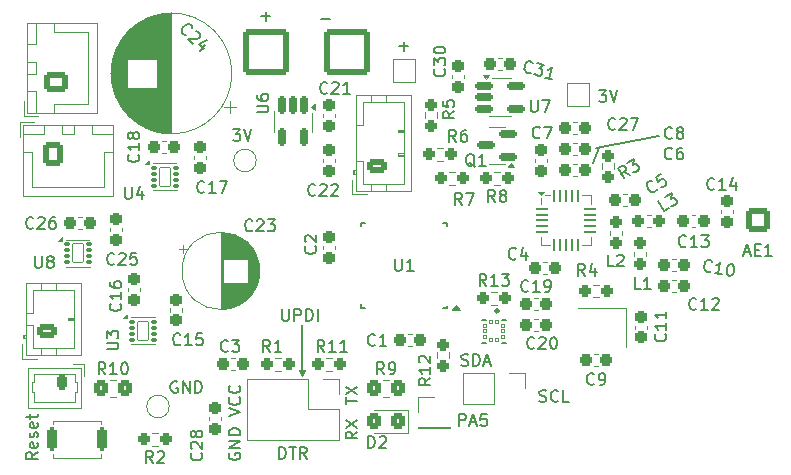
<source format=gbr>
%TF.GenerationSoftware,KiCad,Pcbnew,8.0.7*%
%TF.CreationDate,2025-06-14T22:59:41+12:00*%
%TF.ProjectId,heli_avionics,68656c69-5f61-4766-996f-6e6963732e6b,rev?*%
%TF.SameCoordinates,Original*%
%TF.FileFunction,Legend,Top*%
%TF.FilePolarity,Positive*%
%FSLAX46Y46*%
G04 Gerber Fmt 4.6, Leading zero omitted, Abs format (unit mm)*
G04 Created by KiCad (PCBNEW 8.0.7) date 2025-06-14 22:59:41*
%MOMM*%
%LPD*%
G01*
G04 APERTURE LIST*
G04 Aperture macros list*
%AMRoundRect*
0 Rectangle with rounded corners*
0 $1 Rounding radius*
0 $2 $3 $4 $5 $6 $7 $8 $9 X,Y pos of 4 corners*
0 Add a 4 corners polygon primitive as box body*
4,1,4,$2,$3,$4,$5,$6,$7,$8,$9,$2,$3,0*
0 Add four circle primitives for the rounded corners*
1,1,$1+$1,$2,$3*
1,1,$1+$1,$4,$5*
1,1,$1+$1,$6,$7*
1,1,$1+$1,$8,$9*
0 Add four rect primitives between the rounded corners*
20,1,$1+$1,$2,$3,$4,$5,0*
20,1,$1+$1,$4,$5,$6,$7,0*
20,1,$1+$1,$6,$7,$8,$9,0*
20,1,$1+$1,$8,$9,$2,$3,0*%
G04 Aperture macros list end*
%ADD10C,0.160000*%
%ADD11C,0.050000*%
%ADD12C,0.150000*%
%ADD13C,0.120000*%
%ADD14C,0.260000*%
%ADD15RoundRect,0.237500X0.237500X-0.300000X0.237500X0.300000X-0.237500X0.300000X-0.237500X-0.300000X0*%
%ADD16RoundRect,0.162500X-0.162500X0.617500X-0.162500X-0.617500X0.162500X-0.617500X0.162500X0.617500X0*%
%ADD17RoundRect,0.237500X-0.300000X-0.237500X0.300000X-0.237500X0.300000X0.237500X-0.300000X0.237500X0*%
%ADD18RoundRect,0.237500X0.300000X0.237500X-0.300000X0.237500X-0.300000X-0.237500X0.300000X-0.237500X0*%
%ADD19RoundRect,0.237500X-0.237500X0.287500X-0.237500X-0.287500X0.237500X-0.287500X0.237500X0.287500X0*%
%ADD20RoundRect,0.250000X0.625000X-0.350000X0.625000X0.350000X-0.625000X0.350000X-0.625000X-0.350000X0*%
%ADD21O,1.750000X1.200000*%
%ADD22RoundRect,0.250002X-1.699998X-1.699998X1.699998X-1.699998X1.699998X1.699998X-1.699998X1.699998X0*%
%ADD23RoundRect,0.250000X-0.350000X-0.450000X0.350000X-0.450000X0.350000X0.450000X-0.350000X0.450000X0*%
%ADD24R,1.700000X1.700000*%
%ADD25O,1.700000X1.700000*%
%ADD26RoundRect,0.025400X-0.150000X-0.162500X0.150000X-0.162500X0.150000X0.162500X-0.150000X0.162500X0*%
%ADD27RoundRect,0.025400X-0.162500X-0.150000X0.162500X-0.150000X0.162500X0.150000X-0.162500X0.150000X0*%
%ADD28RoundRect,0.237500X-0.237500X0.300000X-0.237500X-0.300000X0.237500X-0.300000X0.237500X0.300000X0*%
%ADD29RoundRect,0.250000X-0.600000X-0.750000X0.600000X-0.750000X0.600000X0.750000X-0.600000X0.750000X0*%
%ADD30O,1.700000X2.000000*%
%ADD31RoundRect,0.237500X-0.237500X0.250000X-0.237500X-0.250000X0.237500X-0.250000X0.237500X0.250000X0*%
%ADD32C,1.500000*%
%ADD33RoundRect,0.062500X-0.475000X-0.062500X0.475000X-0.062500X0.475000X0.062500X-0.475000X0.062500X0*%
%ADD34RoundRect,0.062500X-0.062500X-0.475000X0.062500X-0.475000X0.062500X0.475000X-0.062500X0.475000X0*%
%ADD35RoundRect,0.237500X-0.250000X-0.237500X0.250000X-0.237500X0.250000X0.237500X-0.250000X0.237500X0*%
%ADD36RoundRect,0.225000X0.225000X0.425000X-0.225000X0.425000X-0.225000X-0.425000X0.225000X-0.425000X0*%
%ADD37O,0.900000X1.300000*%
%ADD38RoundRect,0.250000X0.750000X-0.600000X0.750000X0.600000X-0.750000X0.600000X-0.750000X-0.600000X0*%
%ADD39O,2.000000X1.700000*%
%ADD40R,1.500000X1.500000*%
%ADD41C,2.000000*%
%ADD42RoundRect,0.237500X0.250000X0.237500X-0.250000X0.237500X-0.250000X-0.237500X0.250000X-0.237500X0*%
%ADD43RoundRect,0.250001X-0.799999X-0.799999X0.799999X-0.799999X0.799999X0.799999X-0.799999X0.799999X0*%
%ADD44RoundRect,0.162500X-0.617500X-0.162500X0.617500X-0.162500X0.617500X0.162500X-0.617500X0.162500X0*%
%ADD45RoundRect,0.200000X-0.200000X-0.800000X0.200000X-0.800000X0.200000X0.800000X-0.200000X0.800000X0*%
%ADD46R,1.400000X1.200000*%
%ADD47R,1.600000X1.600000*%
%ADD48C,1.600000*%
%ADD49R,1.600000X0.550000*%
%ADD50R,0.550000X1.600000*%
%ADD51RoundRect,0.150000X0.587500X0.150000X-0.587500X0.150000X-0.587500X-0.150000X0.587500X-0.150000X0*%
%ADD52RoundRect,0.075200X-0.200200X-0.075200X0.200200X-0.075200X0.200200X0.075200X-0.200200X0.075200X0*%
%ADD53RoundRect,0.025400X-0.450000X-0.800000X0.450000X-0.800000X0.450000X0.800000X-0.450000X0.800000X0*%
%ADD54RoundRect,0.250000X0.325000X0.450000X-0.325000X0.450000X-0.325000X-0.450000X0.325000X-0.450000X0*%
%ADD55R,2.000000X2.000000*%
%ADD56RoundRect,0.237500X-0.287500X-0.237500X0.287500X-0.237500X0.287500X0.237500X-0.287500X0.237500X0*%
G04 APERTURE END LIST*
D10*
X154686000Y-110998000D02*
X149352000Y-112014000D01*
X149606000Y-112014000D02*
X149098000Y-113284000D01*
D11*
X124460000Y-131318000D02*
X124206000Y-130810000D01*
X124714000Y-130810000D01*
X124460000Y-131318000D01*
G36*
X124460000Y-131318000D02*
G01*
X124206000Y-130810000D01*
X124714000Y-130810000D01*
X124460000Y-131318000D01*
G37*
D10*
X124460000Y-127000000D02*
X124460000Y-131064000D01*
X137757358Y-135505299D02*
X137757358Y-134505299D01*
X137757358Y-134505299D02*
X138138310Y-134505299D01*
X138138310Y-134505299D02*
X138233548Y-134552918D01*
X138233548Y-134552918D02*
X138281167Y-134600537D01*
X138281167Y-134600537D02*
X138328786Y-134695775D01*
X138328786Y-134695775D02*
X138328786Y-134838632D01*
X138328786Y-134838632D02*
X138281167Y-134933870D01*
X138281167Y-134933870D02*
X138233548Y-134981489D01*
X138233548Y-134981489D02*
X138138310Y-135029108D01*
X138138310Y-135029108D02*
X137757358Y-135029108D01*
X138709739Y-135219584D02*
X139185929Y-135219584D01*
X138614501Y-135505299D02*
X138947834Y-134505299D01*
X138947834Y-134505299D02*
X139281167Y-135505299D01*
X140090691Y-134505299D02*
X139614501Y-134505299D01*
X139614501Y-134505299D02*
X139566882Y-134981489D01*
X139566882Y-134981489D02*
X139614501Y-134933870D01*
X139614501Y-134933870D02*
X139709739Y-134886251D01*
X139709739Y-134886251D02*
X139947834Y-134886251D01*
X139947834Y-134886251D02*
X140043072Y-134933870D01*
X140043072Y-134933870D02*
X140090691Y-134981489D01*
X140090691Y-134981489D02*
X140138310Y-135076727D01*
X140138310Y-135076727D02*
X140138310Y-135314822D01*
X140138310Y-135314822D02*
X140090691Y-135410060D01*
X140090691Y-135410060D02*
X140043072Y-135457680D01*
X140043072Y-135457680D02*
X139947834Y-135505299D01*
X139947834Y-135505299D02*
X139709739Y-135505299D01*
X139709739Y-135505299D02*
X139614501Y-135457680D01*
X139614501Y-135457680D02*
X139566882Y-135410060D01*
X137963739Y-130377680D02*
X138106596Y-130425299D01*
X138106596Y-130425299D02*
X138344691Y-130425299D01*
X138344691Y-130425299D02*
X138439929Y-130377680D01*
X138439929Y-130377680D02*
X138487548Y-130330060D01*
X138487548Y-130330060D02*
X138535167Y-130234822D01*
X138535167Y-130234822D02*
X138535167Y-130139584D01*
X138535167Y-130139584D02*
X138487548Y-130044346D01*
X138487548Y-130044346D02*
X138439929Y-129996727D01*
X138439929Y-129996727D02*
X138344691Y-129949108D01*
X138344691Y-129949108D02*
X138154215Y-129901489D01*
X138154215Y-129901489D02*
X138058977Y-129853870D01*
X138058977Y-129853870D02*
X138011358Y-129806251D01*
X138011358Y-129806251D02*
X137963739Y-129711013D01*
X137963739Y-129711013D02*
X137963739Y-129615775D01*
X137963739Y-129615775D02*
X138011358Y-129520537D01*
X138011358Y-129520537D02*
X138058977Y-129472918D01*
X138058977Y-129472918D02*
X138154215Y-129425299D01*
X138154215Y-129425299D02*
X138392310Y-129425299D01*
X138392310Y-129425299D02*
X138535167Y-129472918D01*
X138963739Y-130425299D02*
X138963739Y-129425299D01*
X138963739Y-129425299D02*
X139201834Y-129425299D01*
X139201834Y-129425299D02*
X139344691Y-129472918D01*
X139344691Y-129472918D02*
X139439929Y-129568156D01*
X139439929Y-129568156D02*
X139487548Y-129663394D01*
X139487548Y-129663394D02*
X139535167Y-129853870D01*
X139535167Y-129853870D02*
X139535167Y-129996727D01*
X139535167Y-129996727D02*
X139487548Y-130187203D01*
X139487548Y-130187203D02*
X139439929Y-130282441D01*
X139439929Y-130282441D02*
X139344691Y-130377680D01*
X139344691Y-130377680D02*
X139201834Y-130425299D01*
X139201834Y-130425299D02*
X138963739Y-130425299D01*
X139916120Y-130139584D02*
X140392310Y-130139584D01*
X139820882Y-130425299D02*
X140154215Y-129425299D01*
X140154215Y-129425299D02*
X140487548Y-130425299D01*
X118296918Y-137816832D02*
X118249299Y-137912070D01*
X118249299Y-137912070D02*
X118249299Y-138054927D01*
X118249299Y-138054927D02*
X118296918Y-138197784D01*
X118296918Y-138197784D02*
X118392156Y-138293022D01*
X118392156Y-138293022D02*
X118487394Y-138340641D01*
X118487394Y-138340641D02*
X118677870Y-138388260D01*
X118677870Y-138388260D02*
X118820727Y-138388260D01*
X118820727Y-138388260D02*
X119011203Y-138340641D01*
X119011203Y-138340641D02*
X119106441Y-138293022D01*
X119106441Y-138293022D02*
X119201680Y-138197784D01*
X119201680Y-138197784D02*
X119249299Y-138054927D01*
X119249299Y-138054927D02*
X119249299Y-137959689D01*
X119249299Y-137959689D02*
X119201680Y-137816832D01*
X119201680Y-137816832D02*
X119154060Y-137769213D01*
X119154060Y-137769213D02*
X118820727Y-137769213D01*
X118820727Y-137769213D02*
X118820727Y-137959689D01*
X119249299Y-137340641D02*
X118249299Y-137340641D01*
X118249299Y-137340641D02*
X119249299Y-136769213D01*
X119249299Y-136769213D02*
X118249299Y-136769213D01*
X119249299Y-136293022D02*
X118249299Y-136293022D01*
X118249299Y-136293022D02*
X118249299Y-136054927D01*
X118249299Y-136054927D02*
X118296918Y-135912070D01*
X118296918Y-135912070D02*
X118392156Y-135816832D01*
X118392156Y-135816832D02*
X118487394Y-135769213D01*
X118487394Y-135769213D02*
X118677870Y-135721594D01*
X118677870Y-135721594D02*
X118820727Y-135721594D01*
X118820727Y-135721594D02*
X119011203Y-135769213D01*
X119011203Y-135769213D02*
X119106441Y-135816832D01*
X119106441Y-135816832D02*
X119201680Y-135912070D01*
X119201680Y-135912070D02*
X119249299Y-136054927D01*
X119249299Y-136054927D02*
X119249299Y-136293022D01*
X120993358Y-100834346D02*
X121755263Y-100834346D01*
X121374310Y-101215299D02*
X121374310Y-100453394D01*
X102089299Y-137725213D02*
X101613108Y-138058546D01*
X102089299Y-138296641D02*
X101089299Y-138296641D01*
X101089299Y-138296641D02*
X101089299Y-137915689D01*
X101089299Y-137915689D02*
X101136918Y-137820451D01*
X101136918Y-137820451D02*
X101184537Y-137772832D01*
X101184537Y-137772832D02*
X101279775Y-137725213D01*
X101279775Y-137725213D02*
X101422632Y-137725213D01*
X101422632Y-137725213D02*
X101517870Y-137772832D01*
X101517870Y-137772832D02*
X101565489Y-137820451D01*
X101565489Y-137820451D02*
X101613108Y-137915689D01*
X101613108Y-137915689D02*
X101613108Y-138296641D01*
X102041680Y-136915689D02*
X102089299Y-137010927D01*
X102089299Y-137010927D02*
X102089299Y-137201403D01*
X102089299Y-137201403D02*
X102041680Y-137296641D01*
X102041680Y-137296641D02*
X101946441Y-137344260D01*
X101946441Y-137344260D02*
X101565489Y-137344260D01*
X101565489Y-137344260D02*
X101470251Y-137296641D01*
X101470251Y-137296641D02*
X101422632Y-137201403D01*
X101422632Y-137201403D02*
X101422632Y-137010927D01*
X101422632Y-137010927D02*
X101470251Y-136915689D01*
X101470251Y-136915689D02*
X101565489Y-136868070D01*
X101565489Y-136868070D02*
X101660727Y-136868070D01*
X101660727Y-136868070D02*
X101755965Y-137344260D01*
X102041680Y-136487117D02*
X102089299Y-136391879D01*
X102089299Y-136391879D02*
X102089299Y-136201403D01*
X102089299Y-136201403D02*
X102041680Y-136106165D01*
X102041680Y-136106165D02*
X101946441Y-136058546D01*
X101946441Y-136058546D02*
X101898822Y-136058546D01*
X101898822Y-136058546D02*
X101803584Y-136106165D01*
X101803584Y-136106165D02*
X101755965Y-136201403D01*
X101755965Y-136201403D02*
X101755965Y-136344260D01*
X101755965Y-136344260D02*
X101708346Y-136439498D01*
X101708346Y-136439498D02*
X101613108Y-136487117D01*
X101613108Y-136487117D02*
X101565489Y-136487117D01*
X101565489Y-136487117D02*
X101470251Y-136439498D01*
X101470251Y-136439498D02*
X101422632Y-136344260D01*
X101422632Y-136344260D02*
X101422632Y-136201403D01*
X101422632Y-136201403D02*
X101470251Y-136106165D01*
X102041680Y-135249022D02*
X102089299Y-135344260D01*
X102089299Y-135344260D02*
X102089299Y-135534736D01*
X102089299Y-135534736D02*
X102041680Y-135629974D01*
X102041680Y-135629974D02*
X101946441Y-135677593D01*
X101946441Y-135677593D02*
X101565489Y-135677593D01*
X101565489Y-135677593D02*
X101470251Y-135629974D01*
X101470251Y-135629974D02*
X101422632Y-135534736D01*
X101422632Y-135534736D02*
X101422632Y-135344260D01*
X101422632Y-135344260D02*
X101470251Y-135249022D01*
X101470251Y-135249022D02*
X101565489Y-135201403D01*
X101565489Y-135201403D02*
X101660727Y-135201403D01*
X101660727Y-135201403D02*
X101755965Y-135677593D01*
X101422632Y-134915688D02*
X101422632Y-134534736D01*
X101089299Y-134772831D02*
X101946441Y-134772831D01*
X101946441Y-134772831D02*
X102041680Y-134725212D01*
X102041680Y-134725212D02*
X102089299Y-134629974D01*
X102089299Y-134629974D02*
X102089299Y-134534736D01*
X122771358Y-125615299D02*
X122771358Y-126424822D01*
X122771358Y-126424822D02*
X122818977Y-126520060D01*
X122818977Y-126520060D02*
X122866596Y-126567680D01*
X122866596Y-126567680D02*
X122961834Y-126615299D01*
X122961834Y-126615299D02*
X123152310Y-126615299D01*
X123152310Y-126615299D02*
X123247548Y-126567680D01*
X123247548Y-126567680D02*
X123295167Y-126520060D01*
X123295167Y-126520060D02*
X123342786Y-126424822D01*
X123342786Y-126424822D02*
X123342786Y-125615299D01*
X123818977Y-126615299D02*
X123818977Y-125615299D01*
X123818977Y-125615299D02*
X124199929Y-125615299D01*
X124199929Y-125615299D02*
X124295167Y-125662918D01*
X124295167Y-125662918D02*
X124342786Y-125710537D01*
X124342786Y-125710537D02*
X124390405Y-125805775D01*
X124390405Y-125805775D02*
X124390405Y-125948632D01*
X124390405Y-125948632D02*
X124342786Y-126043870D01*
X124342786Y-126043870D02*
X124295167Y-126091489D01*
X124295167Y-126091489D02*
X124199929Y-126139108D01*
X124199929Y-126139108D02*
X123818977Y-126139108D01*
X124818977Y-126615299D02*
X124818977Y-125615299D01*
X124818977Y-125615299D02*
X125057072Y-125615299D01*
X125057072Y-125615299D02*
X125199929Y-125662918D01*
X125199929Y-125662918D02*
X125295167Y-125758156D01*
X125295167Y-125758156D02*
X125342786Y-125853394D01*
X125342786Y-125853394D02*
X125390405Y-126043870D01*
X125390405Y-126043870D02*
X125390405Y-126186727D01*
X125390405Y-126186727D02*
X125342786Y-126377203D01*
X125342786Y-126377203D02*
X125295167Y-126472441D01*
X125295167Y-126472441D02*
X125199929Y-126567680D01*
X125199929Y-126567680D02*
X125057072Y-126615299D01*
X125057072Y-126615299D02*
X124818977Y-126615299D01*
X125818977Y-126615299D02*
X125818977Y-125615299D01*
X113897167Y-131758918D02*
X113801929Y-131711299D01*
X113801929Y-131711299D02*
X113659072Y-131711299D01*
X113659072Y-131711299D02*
X113516215Y-131758918D01*
X113516215Y-131758918D02*
X113420977Y-131854156D01*
X113420977Y-131854156D02*
X113373358Y-131949394D01*
X113373358Y-131949394D02*
X113325739Y-132139870D01*
X113325739Y-132139870D02*
X113325739Y-132282727D01*
X113325739Y-132282727D02*
X113373358Y-132473203D01*
X113373358Y-132473203D02*
X113420977Y-132568441D01*
X113420977Y-132568441D02*
X113516215Y-132663680D01*
X113516215Y-132663680D02*
X113659072Y-132711299D01*
X113659072Y-132711299D02*
X113754310Y-132711299D01*
X113754310Y-132711299D02*
X113897167Y-132663680D01*
X113897167Y-132663680D02*
X113944786Y-132616060D01*
X113944786Y-132616060D02*
X113944786Y-132282727D01*
X113944786Y-132282727D02*
X113754310Y-132282727D01*
X114373358Y-132711299D02*
X114373358Y-131711299D01*
X114373358Y-131711299D02*
X114944786Y-132711299D01*
X114944786Y-132711299D02*
X114944786Y-131711299D01*
X115420977Y-132711299D02*
X115420977Y-131711299D01*
X115420977Y-131711299D02*
X115659072Y-131711299D01*
X115659072Y-131711299D02*
X115801929Y-131758918D01*
X115801929Y-131758918D02*
X115897167Y-131854156D01*
X115897167Y-131854156D02*
X115944786Y-131949394D01*
X115944786Y-131949394D02*
X115992405Y-132139870D01*
X115992405Y-132139870D02*
X115992405Y-132282727D01*
X115992405Y-132282727D02*
X115944786Y-132473203D01*
X115944786Y-132473203D02*
X115897167Y-132568441D01*
X115897167Y-132568441D02*
X115801929Y-132663680D01*
X115801929Y-132663680D02*
X115659072Y-132711299D01*
X115659072Y-132711299D02*
X115420977Y-132711299D01*
X126073358Y-101088346D02*
X126835263Y-101088346D01*
X144567739Y-133425680D02*
X144710596Y-133473299D01*
X144710596Y-133473299D02*
X144948691Y-133473299D01*
X144948691Y-133473299D02*
X145043929Y-133425680D01*
X145043929Y-133425680D02*
X145091548Y-133378060D01*
X145091548Y-133378060D02*
X145139167Y-133282822D01*
X145139167Y-133282822D02*
X145139167Y-133187584D01*
X145139167Y-133187584D02*
X145091548Y-133092346D01*
X145091548Y-133092346D02*
X145043929Y-133044727D01*
X145043929Y-133044727D02*
X144948691Y-132997108D01*
X144948691Y-132997108D02*
X144758215Y-132949489D01*
X144758215Y-132949489D02*
X144662977Y-132901870D01*
X144662977Y-132901870D02*
X144615358Y-132854251D01*
X144615358Y-132854251D02*
X144567739Y-132759013D01*
X144567739Y-132759013D02*
X144567739Y-132663775D01*
X144567739Y-132663775D02*
X144615358Y-132568537D01*
X144615358Y-132568537D02*
X144662977Y-132520918D01*
X144662977Y-132520918D02*
X144758215Y-132473299D01*
X144758215Y-132473299D02*
X144996310Y-132473299D01*
X144996310Y-132473299D02*
X145139167Y-132520918D01*
X146139167Y-133378060D02*
X146091548Y-133425680D01*
X146091548Y-133425680D02*
X145948691Y-133473299D01*
X145948691Y-133473299D02*
X145853453Y-133473299D01*
X145853453Y-133473299D02*
X145710596Y-133425680D01*
X145710596Y-133425680D02*
X145615358Y-133330441D01*
X145615358Y-133330441D02*
X145567739Y-133235203D01*
X145567739Y-133235203D02*
X145520120Y-133044727D01*
X145520120Y-133044727D02*
X145520120Y-132901870D01*
X145520120Y-132901870D02*
X145567739Y-132711394D01*
X145567739Y-132711394D02*
X145615358Y-132616156D01*
X145615358Y-132616156D02*
X145710596Y-132520918D01*
X145710596Y-132520918D02*
X145853453Y-132473299D01*
X145853453Y-132473299D02*
X145948691Y-132473299D01*
X145948691Y-132473299D02*
X146091548Y-132520918D01*
X146091548Y-132520918D02*
X146139167Y-132568537D01*
X147043929Y-133473299D02*
X146567739Y-133473299D01*
X146567739Y-133473299D02*
X146567739Y-132473299D01*
X122517358Y-138299299D02*
X122517358Y-137299299D01*
X122517358Y-137299299D02*
X122755453Y-137299299D01*
X122755453Y-137299299D02*
X122898310Y-137346918D01*
X122898310Y-137346918D02*
X122993548Y-137442156D01*
X122993548Y-137442156D02*
X123041167Y-137537394D01*
X123041167Y-137537394D02*
X123088786Y-137727870D01*
X123088786Y-137727870D02*
X123088786Y-137870727D01*
X123088786Y-137870727D02*
X123041167Y-138061203D01*
X123041167Y-138061203D02*
X122993548Y-138156441D01*
X122993548Y-138156441D02*
X122898310Y-138251680D01*
X122898310Y-138251680D02*
X122755453Y-138299299D01*
X122755453Y-138299299D02*
X122517358Y-138299299D01*
X123374501Y-137299299D02*
X123945929Y-137299299D01*
X123660215Y-138299299D02*
X123660215Y-137299299D01*
X124850691Y-138299299D02*
X124517358Y-137823108D01*
X124279263Y-138299299D02*
X124279263Y-137299299D01*
X124279263Y-137299299D02*
X124660215Y-137299299D01*
X124660215Y-137299299D02*
X124755453Y-137346918D01*
X124755453Y-137346918D02*
X124803072Y-137394537D01*
X124803072Y-137394537D02*
X124850691Y-137489775D01*
X124850691Y-137489775D02*
X124850691Y-137632632D01*
X124850691Y-137632632D02*
X124803072Y-137727870D01*
X124803072Y-137727870D02*
X124755453Y-137775489D01*
X124755453Y-137775489D02*
X124660215Y-137823108D01*
X124660215Y-137823108D02*
X124279263Y-137823108D01*
X128155299Y-133657498D02*
X128155299Y-133086070D01*
X129155299Y-133371784D02*
X128155299Y-133371784D01*
X128155299Y-132847974D02*
X129155299Y-132181308D01*
X128155299Y-132181308D02*
X129155299Y-132847974D01*
X132677358Y-103374346D02*
X133439263Y-103374346D01*
X133058310Y-103755299D02*
X133058310Y-102993394D01*
X118249299Y-134673498D02*
X119249299Y-134340165D01*
X119249299Y-134340165D02*
X118249299Y-134006832D01*
X119154060Y-133102070D02*
X119201680Y-133149689D01*
X119201680Y-133149689D02*
X119249299Y-133292546D01*
X119249299Y-133292546D02*
X119249299Y-133387784D01*
X119249299Y-133387784D02*
X119201680Y-133530641D01*
X119201680Y-133530641D02*
X119106441Y-133625879D01*
X119106441Y-133625879D02*
X119011203Y-133673498D01*
X119011203Y-133673498D02*
X118820727Y-133721117D01*
X118820727Y-133721117D02*
X118677870Y-133721117D01*
X118677870Y-133721117D02*
X118487394Y-133673498D01*
X118487394Y-133673498D02*
X118392156Y-133625879D01*
X118392156Y-133625879D02*
X118296918Y-133530641D01*
X118296918Y-133530641D02*
X118249299Y-133387784D01*
X118249299Y-133387784D02*
X118249299Y-133292546D01*
X118249299Y-133292546D02*
X118296918Y-133149689D01*
X118296918Y-133149689D02*
X118344537Y-133102070D01*
X119154060Y-132102070D02*
X119201680Y-132149689D01*
X119201680Y-132149689D02*
X119249299Y-132292546D01*
X119249299Y-132292546D02*
X119249299Y-132387784D01*
X119249299Y-132387784D02*
X119201680Y-132530641D01*
X119201680Y-132530641D02*
X119106441Y-132625879D01*
X119106441Y-132625879D02*
X119011203Y-132673498D01*
X119011203Y-132673498D02*
X118820727Y-132721117D01*
X118820727Y-132721117D02*
X118677870Y-132721117D01*
X118677870Y-132721117D02*
X118487394Y-132673498D01*
X118487394Y-132673498D02*
X118392156Y-132625879D01*
X118392156Y-132625879D02*
X118296918Y-132530641D01*
X118296918Y-132530641D02*
X118249299Y-132387784D01*
X118249299Y-132387784D02*
X118249299Y-132292546D01*
X118249299Y-132292546D02*
X118296918Y-132149689D01*
X118296918Y-132149689D02*
X118344537Y-132102070D01*
X129155299Y-135991213D02*
X128679108Y-136324546D01*
X129155299Y-136562641D02*
X128155299Y-136562641D01*
X128155299Y-136562641D02*
X128155299Y-136181689D01*
X128155299Y-136181689D02*
X128202918Y-136086451D01*
X128202918Y-136086451D02*
X128250537Y-136038832D01*
X128250537Y-136038832D02*
X128345775Y-135991213D01*
X128345775Y-135991213D02*
X128488632Y-135991213D01*
X128488632Y-135991213D02*
X128583870Y-136038832D01*
X128583870Y-136038832D02*
X128631489Y-136086451D01*
X128631489Y-136086451D02*
X128679108Y-136181689D01*
X128679108Y-136181689D02*
X128679108Y-136562641D01*
X128155299Y-135657879D02*
X129155299Y-134991213D01*
X128155299Y-134991213D02*
X129155299Y-135657879D01*
X118612120Y-110375299D02*
X119231167Y-110375299D01*
X119231167Y-110375299D02*
X118897834Y-110756251D01*
X118897834Y-110756251D02*
X119040691Y-110756251D01*
X119040691Y-110756251D02*
X119135929Y-110803870D01*
X119135929Y-110803870D02*
X119183548Y-110851489D01*
X119183548Y-110851489D02*
X119231167Y-110946727D01*
X119231167Y-110946727D02*
X119231167Y-111184822D01*
X119231167Y-111184822D02*
X119183548Y-111280060D01*
X119183548Y-111280060D02*
X119135929Y-111327680D01*
X119135929Y-111327680D02*
X119040691Y-111375299D01*
X119040691Y-111375299D02*
X118754977Y-111375299D01*
X118754977Y-111375299D02*
X118659739Y-111327680D01*
X118659739Y-111327680D02*
X118612120Y-111280060D01*
X119516882Y-110375299D02*
X119850215Y-111375299D01*
X119850215Y-111375299D02*
X120183548Y-110375299D01*
X149600120Y-107073299D02*
X150219167Y-107073299D01*
X150219167Y-107073299D02*
X149885834Y-107454251D01*
X149885834Y-107454251D02*
X150028691Y-107454251D01*
X150028691Y-107454251D02*
X150123929Y-107501870D01*
X150123929Y-107501870D02*
X150171548Y-107549489D01*
X150171548Y-107549489D02*
X150219167Y-107644727D01*
X150219167Y-107644727D02*
X150219167Y-107882822D01*
X150219167Y-107882822D02*
X150171548Y-107978060D01*
X150171548Y-107978060D02*
X150123929Y-108025680D01*
X150123929Y-108025680D02*
X150028691Y-108073299D01*
X150028691Y-108073299D02*
X149742977Y-108073299D01*
X149742977Y-108073299D02*
X149647739Y-108025680D01*
X149647739Y-108025680D02*
X149600120Y-107978060D01*
X150504882Y-107073299D02*
X150838215Y-108073299D01*
X150838215Y-108073299D02*
X151171548Y-107073299D01*
D12*
X136503580Y-105290857D02*
X136551200Y-105338476D01*
X136551200Y-105338476D02*
X136598819Y-105481333D01*
X136598819Y-105481333D02*
X136598819Y-105576571D01*
X136598819Y-105576571D02*
X136551200Y-105719428D01*
X136551200Y-105719428D02*
X136455961Y-105814666D01*
X136455961Y-105814666D02*
X136360723Y-105862285D01*
X136360723Y-105862285D02*
X136170247Y-105909904D01*
X136170247Y-105909904D02*
X136027390Y-105909904D01*
X136027390Y-105909904D02*
X135836914Y-105862285D01*
X135836914Y-105862285D02*
X135741676Y-105814666D01*
X135741676Y-105814666D02*
X135646438Y-105719428D01*
X135646438Y-105719428D02*
X135598819Y-105576571D01*
X135598819Y-105576571D02*
X135598819Y-105481333D01*
X135598819Y-105481333D02*
X135646438Y-105338476D01*
X135646438Y-105338476D02*
X135694057Y-105290857D01*
X135598819Y-104957523D02*
X135598819Y-104338476D01*
X135598819Y-104338476D02*
X135979771Y-104671809D01*
X135979771Y-104671809D02*
X135979771Y-104528952D01*
X135979771Y-104528952D02*
X136027390Y-104433714D01*
X136027390Y-104433714D02*
X136075009Y-104386095D01*
X136075009Y-104386095D02*
X136170247Y-104338476D01*
X136170247Y-104338476D02*
X136408342Y-104338476D01*
X136408342Y-104338476D02*
X136503580Y-104386095D01*
X136503580Y-104386095D02*
X136551200Y-104433714D01*
X136551200Y-104433714D02*
X136598819Y-104528952D01*
X136598819Y-104528952D02*
X136598819Y-104814666D01*
X136598819Y-104814666D02*
X136551200Y-104909904D01*
X136551200Y-104909904D02*
X136503580Y-104957523D01*
X135598819Y-103719428D02*
X135598819Y-103624190D01*
X135598819Y-103624190D02*
X135646438Y-103528952D01*
X135646438Y-103528952D02*
X135694057Y-103481333D01*
X135694057Y-103481333D02*
X135789295Y-103433714D01*
X135789295Y-103433714D02*
X135979771Y-103386095D01*
X135979771Y-103386095D02*
X136217866Y-103386095D01*
X136217866Y-103386095D02*
X136408342Y-103433714D01*
X136408342Y-103433714D02*
X136503580Y-103481333D01*
X136503580Y-103481333D02*
X136551200Y-103528952D01*
X136551200Y-103528952D02*
X136598819Y-103624190D01*
X136598819Y-103624190D02*
X136598819Y-103719428D01*
X136598819Y-103719428D02*
X136551200Y-103814666D01*
X136551200Y-103814666D02*
X136503580Y-103862285D01*
X136503580Y-103862285D02*
X136408342Y-103909904D01*
X136408342Y-103909904D02*
X136217866Y-103957523D01*
X136217866Y-103957523D02*
X135979771Y-103957523D01*
X135979771Y-103957523D02*
X135789295Y-103909904D01*
X135789295Y-103909904D02*
X135694057Y-103862285D01*
X135694057Y-103862285D02*
X135646438Y-103814666D01*
X135646438Y-103814666D02*
X135598819Y-103719428D01*
X120612819Y-108965904D02*
X121422342Y-108965904D01*
X121422342Y-108965904D02*
X121517580Y-108918285D01*
X121517580Y-108918285D02*
X121565200Y-108870666D01*
X121565200Y-108870666D02*
X121612819Y-108775428D01*
X121612819Y-108775428D02*
X121612819Y-108584952D01*
X121612819Y-108584952D02*
X121565200Y-108489714D01*
X121565200Y-108489714D02*
X121517580Y-108442095D01*
X121517580Y-108442095D02*
X121422342Y-108394476D01*
X121422342Y-108394476D02*
X120612819Y-108394476D01*
X120612819Y-107489714D02*
X120612819Y-107680190D01*
X120612819Y-107680190D02*
X120660438Y-107775428D01*
X120660438Y-107775428D02*
X120708057Y-107823047D01*
X120708057Y-107823047D02*
X120850914Y-107918285D01*
X120850914Y-107918285D02*
X121041390Y-107965904D01*
X121041390Y-107965904D02*
X121422342Y-107965904D01*
X121422342Y-107965904D02*
X121517580Y-107918285D01*
X121517580Y-107918285D02*
X121565200Y-107870666D01*
X121565200Y-107870666D02*
X121612819Y-107775428D01*
X121612819Y-107775428D02*
X121612819Y-107584952D01*
X121612819Y-107584952D02*
X121565200Y-107489714D01*
X121565200Y-107489714D02*
X121517580Y-107442095D01*
X121517580Y-107442095D02*
X121422342Y-107394476D01*
X121422342Y-107394476D02*
X121184247Y-107394476D01*
X121184247Y-107394476D02*
X121089009Y-107442095D01*
X121089009Y-107442095D02*
X121041390Y-107489714D01*
X121041390Y-107489714D02*
X120993771Y-107584952D01*
X120993771Y-107584952D02*
X120993771Y-107775428D01*
X120993771Y-107775428D02*
X121041390Y-107870666D01*
X121041390Y-107870666D02*
X121089009Y-107918285D01*
X121089009Y-107918285D02*
X121184247Y-107965904D01*
X157853142Y-125581580D02*
X157805523Y-125629200D01*
X157805523Y-125629200D02*
X157662666Y-125676819D01*
X157662666Y-125676819D02*
X157567428Y-125676819D01*
X157567428Y-125676819D02*
X157424571Y-125629200D01*
X157424571Y-125629200D02*
X157329333Y-125533961D01*
X157329333Y-125533961D02*
X157281714Y-125438723D01*
X157281714Y-125438723D02*
X157234095Y-125248247D01*
X157234095Y-125248247D02*
X157234095Y-125105390D01*
X157234095Y-125105390D02*
X157281714Y-124914914D01*
X157281714Y-124914914D02*
X157329333Y-124819676D01*
X157329333Y-124819676D02*
X157424571Y-124724438D01*
X157424571Y-124724438D02*
X157567428Y-124676819D01*
X157567428Y-124676819D02*
X157662666Y-124676819D01*
X157662666Y-124676819D02*
X157805523Y-124724438D01*
X157805523Y-124724438D02*
X157853142Y-124772057D01*
X158805523Y-125676819D02*
X158234095Y-125676819D01*
X158519809Y-125676819D02*
X158519809Y-124676819D01*
X158519809Y-124676819D02*
X158424571Y-124819676D01*
X158424571Y-124819676D02*
X158329333Y-124914914D01*
X158329333Y-124914914D02*
X158234095Y-124962533D01*
X159186476Y-124772057D02*
X159234095Y-124724438D01*
X159234095Y-124724438D02*
X159329333Y-124676819D01*
X159329333Y-124676819D02*
X159567428Y-124676819D01*
X159567428Y-124676819D02*
X159662666Y-124724438D01*
X159662666Y-124724438D02*
X159710285Y-124772057D01*
X159710285Y-124772057D02*
X159757904Y-124867295D01*
X159757904Y-124867295D02*
X159757904Y-124962533D01*
X159757904Y-124962533D02*
X159710285Y-125105390D01*
X159710285Y-125105390D02*
X159138857Y-125676819D01*
X159138857Y-125676819D02*
X159757904Y-125676819D01*
X142581333Y-121333580D02*
X142533714Y-121381200D01*
X142533714Y-121381200D02*
X142390857Y-121428819D01*
X142390857Y-121428819D02*
X142295619Y-121428819D01*
X142295619Y-121428819D02*
X142152762Y-121381200D01*
X142152762Y-121381200D02*
X142057524Y-121285961D01*
X142057524Y-121285961D02*
X142009905Y-121190723D01*
X142009905Y-121190723D02*
X141962286Y-121000247D01*
X141962286Y-121000247D02*
X141962286Y-120857390D01*
X141962286Y-120857390D02*
X142009905Y-120666914D01*
X142009905Y-120666914D02*
X142057524Y-120571676D01*
X142057524Y-120571676D02*
X142152762Y-120476438D01*
X142152762Y-120476438D02*
X142295619Y-120428819D01*
X142295619Y-120428819D02*
X142390857Y-120428819D01*
X142390857Y-120428819D02*
X142533714Y-120476438D01*
X142533714Y-120476438D02*
X142581333Y-120524057D01*
X143438476Y-120762152D02*
X143438476Y-121428819D01*
X143200381Y-120381200D02*
X142962286Y-121095485D01*
X142962286Y-121095485D02*
X143581333Y-121095485D01*
X153132833Y-123929319D02*
X152656643Y-123929319D01*
X152656643Y-123929319D02*
X152656643Y-122929319D01*
X153989976Y-123929319D02*
X153418548Y-123929319D01*
X153704262Y-123929319D02*
X153704262Y-122929319D01*
X153704262Y-122929319D02*
X153609024Y-123072176D01*
X153609024Y-123072176D02*
X153513786Y-123167414D01*
X153513786Y-123167414D02*
X153418548Y-123215033D01*
X131405333Y-131138819D02*
X131072000Y-130662628D01*
X130833905Y-131138819D02*
X130833905Y-130138819D01*
X130833905Y-130138819D02*
X131214857Y-130138819D01*
X131214857Y-130138819D02*
X131310095Y-130186438D01*
X131310095Y-130186438D02*
X131357714Y-130234057D01*
X131357714Y-130234057D02*
X131405333Y-130329295D01*
X131405333Y-130329295D02*
X131405333Y-130472152D01*
X131405333Y-130472152D02*
X131357714Y-130567390D01*
X131357714Y-130567390D02*
X131310095Y-130615009D01*
X131310095Y-130615009D02*
X131214857Y-130662628D01*
X131214857Y-130662628D02*
X130833905Y-130662628D01*
X131881524Y-131138819D02*
X132072000Y-131138819D01*
X132072000Y-131138819D02*
X132167238Y-131091200D01*
X132167238Y-131091200D02*
X132214857Y-131043580D01*
X132214857Y-131043580D02*
X132310095Y-130900723D01*
X132310095Y-130900723D02*
X132357714Y-130710247D01*
X132357714Y-130710247D02*
X132357714Y-130329295D01*
X132357714Y-130329295D02*
X132310095Y-130234057D01*
X132310095Y-130234057D02*
X132262476Y-130186438D01*
X132262476Y-130186438D02*
X132167238Y-130138819D01*
X132167238Y-130138819D02*
X131976762Y-130138819D01*
X131976762Y-130138819D02*
X131881524Y-130186438D01*
X131881524Y-130186438D02*
X131833905Y-130234057D01*
X131833905Y-130234057D02*
X131786286Y-130329295D01*
X131786286Y-130329295D02*
X131786286Y-130567390D01*
X131786286Y-130567390D02*
X131833905Y-130662628D01*
X131833905Y-130662628D02*
X131881524Y-130710247D01*
X131881524Y-130710247D02*
X131976762Y-130757866D01*
X131976762Y-130757866D02*
X132167238Y-130757866D01*
X132167238Y-130757866D02*
X132262476Y-130710247D01*
X132262476Y-130710247D02*
X132310095Y-130662628D01*
X132310095Y-130662628D02*
X132357714Y-130567390D01*
X144137142Y-128883580D02*
X144089523Y-128931200D01*
X144089523Y-128931200D02*
X143946666Y-128978819D01*
X143946666Y-128978819D02*
X143851428Y-128978819D01*
X143851428Y-128978819D02*
X143708571Y-128931200D01*
X143708571Y-128931200D02*
X143613333Y-128835961D01*
X143613333Y-128835961D02*
X143565714Y-128740723D01*
X143565714Y-128740723D02*
X143518095Y-128550247D01*
X143518095Y-128550247D02*
X143518095Y-128407390D01*
X143518095Y-128407390D02*
X143565714Y-128216914D01*
X143565714Y-128216914D02*
X143613333Y-128121676D01*
X143613333Y-128121676D02*
X143708571Y-128026438D01*
X143708571Y-128026438D02*
X143851428Y-127978819D01*
X143851428Y-127978819D02*
X143946666Y-127978819D01*
X143946666Y-127978819D02*
X144089523Y-128026438D01*
X144089523Y-128026438D02*
X144137142Y-128074057D01*
X144518095Y-128074057D02*
X144565714Y-128026438D01*
X144565714Y-128026438D02*
X144660952Y-127978819D01*
X144660952Y-127978819D02*
X144899047Y-127978819D01*
X144899047Y-127978819D02*
X144994285Y-128026438D01*
X144994285Y-128026438D02*
X145041904Y-128074057D01*
X145041904Y-128074057D02*
X145089523Y-128169295D01*
X145089523Y-128169295D02*
X145089523Y-128264533D01*
X145089523Y-128264533D02*
X145041904Y-128407390D01*
X145041904Y-128407390D02*
X144470476Y-128978819D01*
X144470476Y-128978819D02*
X145089523Y-128978819D01*
X145708571Y-127978819D02*
X145803809Y-127978819D01*
X145803809Y-127978819D02*
X145899047Y-128026438D01*
X145899047Y-128026438D02*
X145946666Y-128074057D01*
X145946666Y-128074057D02*
X145994285Y-128169295D01*
X145994285Y-128169295D02*
X146041904Y-128359771D01*
X146041904Y-128359771D02*
X146041904Y-128597866D01*
X146041904Y-128597866D02*
X145994285Y-128788342D01*
X145994285Y-128788342D02*
X145946666Y-128883580D01*
X145946666Y-128883580D02*
X145899047Y-128931200D01*
X145899047Y-128931200D02*
X145803809Y-128978819D01*
X145803809Y-128978819D02*
X145708571Y-128978819D01*
X145708571Y-128978819D02*
X145613333Y-128931200D01*
X145613333Y-128931200D02*
X145565714Y-128883580D01*
X145565714Y-128883580D02*
X145518095Y-128788342D01*
X145518095Y-128788342D02*
X145470476Y-128597866D01*
X145470476Y-128597866D02*
X145470476Y-128359771D01*
X145470476Y-128359771D02*
X145518095Y-128169295D01*
X145518095Y-128169295D02*
X145565714Y-128074057D01*
X145565714Y-128074057D02*
X145613333Y-128026438D01*
X145613333Y-128026438D02*
X145708571Y-127978819D01*
X125581580Y-120308666D02*
X125629200Y-120356285D01*
X125629200Y-120356285D02*
X125676819Y-120499142D01*
X125676819Y-120499142D02*
X125676819Y-120594380D01*
X125676819Y-120594380D02*
X125629200Y-120737237D01*
X125629200Y-120737237D02*
X125533961Y-120832475D01*
X125533961Y-120832475D02*
X125438723Y-120880094D01*
X125438723Y-120880094D02*
X125248247Y-120927713D01*
X125248247Y-120927713D02*
X125105390Y-120927713D01*
X125105390Y-120927713D02*
X124914914Y-120880094D01*
X124914914Y-120880094D02*
X124819676Y-120832475D01*
X124819676Y-120832475D02*
X124724438Y-120737237D01*
X124724438Y-120737237D02*
X124676819Y-120594380D01*
X124676819Y-120594380D02*
X124676819Y-120499142D01*
X124676819Y-120499142D02*
X124724438Y-120356285D01*
X124724438Y-120356285D02*
X124772057Y-120308666D01*
X124772057Y-119927713D02*
X124724438Y-119880094D01*
X124724438Y-119880094D02*
X124676819Y-119784856D01*
X124676819Y-119784856D02*
X124676819Y-119546761D01*
X124676819Y-119546761D02*
X124724438Y-119451523D01*
X124724438Y-119451523D02*
X124772057Y-119403904D01*
X124772057Y-119403904D02*
X124867295Y-119356285D01*
X124867295Y-119356285D02*
X124962533Y-119356285D01*
X124962533Y-119356285D02*
X125105390Y-119403904D01*
X125105390Y-119403904D02*
X125676819Y-119975332D01*
X125676819Y-119975332D02*
X125676819Y-119356285D01*
X154497953Y-115456739D02*
X154480523Y-115521788D01*
X154480523Y-115521788D02*
X154380615Y-115634456D01*
X154380615Y-115634456D02*
X154298136Y-115682075D01*
X154298136Y-115682075D02*
X154150609Y-115712264D01*
X154150609Y-115712264D02*
X154020511Y-115677404D01*
X154020511Y-115677404D02*
X153931653Y-115618735D01*
X153931653Y-115618735D02*
X153795175Y-115477588D01*
X153795175Y-115477588D02*
X153723747Y-115353870D01*
X153723747Y-115353870D02*
X153669748Y-115165103D01*
X153669748Y-115165103D02*
X153663368Y-115058815D01*
X153663368Y-115058815D02*
X153698228Y-114928717D01*
X153698228Y-114928717D02*
X153798136Y-114816049D01*
X153798136Y-114816049D02*
X153880615Y-114768430D01*
X153880615Y-114768430D02*
X154028142Y-114738241D01*
X154028142Y-114738241D02*
X154093191Y-114755671D01*
X154829119Y-114220811D02*
X154416726Y-114458906D01*
X154416726Y-114458906D02*
X154613582Y-114895109D01*
X154613582Y-114895109D02*
X154631011Y-114830060D01*
X154631011Y-114830060D02*
X154689680Y-114741202D01*
X154689680Y-114741202D02*
X154895877Y-114622154D01*
X154895877Y-114622154D02*
X155002165Y-114615774D01*
X155002165Y-114615774D02*
X155067214Y-114633204D01*
X155067214Y-114633204D02*
X155156072Y-114691873D01*
X155156072Y-114691873D02*
X155275120Y-114898070D01*
X155275120Y-114898070D02*
X155281500Y-115004358D01*
X155281500Y-115004358D02*
X155264070Y-115069407D01*
X155264070Y-115069407D02*
X155205401Y-115158265D01*
X155205401Y-115158265D02*
X154999204Y-115277313D01*
X154999204Y-115277313D02*
X154892916Y-115283692D01*
X154892916Y-115283692D02*
X154827867Y-115266263D01*
X109071580Y-125153107D02*
X109119200Y-125200726D01*
X109119200Y-125200726D02*
X109166819Y-125343583D01*
X109166819Y-125343583D02*
X109166819Y-125438821D01*
X109166819Y-125438821D02*
X109119200Y-125581678D01*
X109119200Y-125581678D02*
X109023961Y-125676916D01*
X109023961Y-125676916D02*
X108928723Y-125724535D01*
X108928723Y-125724535D02*
X108738247Y-125772154D01*
X108738247Y-125772154D02*
X108595390Y-125772154D01*
X108595390Y-125772154D02*
X108404914Y-125724535D01*
X108404914Y-125724535D02*
X108309676Y-125676916D01*
X108309676Y-125676916D02*
X108214438Y-125581678D01*
X108214438Y-125581678D02*
X108166819Y-125438821D01*
X108166819Y-125438821D02*
X108166819Y-125343583D01*
X108166819Y-125343583D02*
X108214438Y-125200726D01*
X108214438Y-125200726D02*
X108262057Y-125153107D01*
X109166819Y-124200726D02*
X109166819Y-124772154D01*
X109166819Y-124486440D02*
X108166819Y-124486440D01*
X108166819Y-124486440D02*
X108309676Y-124581678D01*
X108309676Y-124581678D02*
X108404914Y-124676916D01*
X108404914Y-124676916D02*
X108452533Y-124772154D01*
X108166819Y-123343583D02*
X108166819Y-123534059D01*
X108166819Y-123534059D02*
X108214438Y-123629297D01*
X108214438Y-123629297D02*
X108262057Y-123676916D01*
X108262057Y-123676916D02*
X108404914Y-123772154D01*
X108404914Y-123772154D02*
X108595390Y-123819773D01*
X108595390Y-123819773D02*
X108976342Y-123819773D01*
X108976342Y-123819773D02*
X109071580Y-123772154D01*
X109071580Y-123772154D02*
X109119200Y-123724535D01*
X109119200Y-123724535D02*
X109166819Y-123629297D01*
X109166819Y-123629297D02*
X109166819Y-123438821D01*
X109166819Y-123438821D02*
X109119200Y-123343583D01*
X109119200Y-123343583D02*
X109071580Y-123295964D01*
X109071580Y-123295964D02*
X108976342Y-123248345D01*
X108976342Y-123248345D02*
X108738247Y-123248345D01*
X108738247Y-123248345D02*
X108643009Y-123295964D01*
X108643009Y-123295964D02*
X108595390Y-123343583D01*
X108595390Y-123343583D02*
X108547771Y-123438821D01*
X108547771Y-123438821D02*
X108547771Y-123629297D01*
X108547771Y-123629297D02*
X108595390Y-123724535D01*
X108595390Y-123724535D02*
X108643009Y-123772154D01*
X108643009Y-123772154D02*
X108738247Y-123819773D01*
X152229072Y-114269217D02*
X151702301Y-114023491D01*
X151734200Y-114554932D02*
X151234200Y-113688906D01*
X151234200Y-113688906D02*
X151564115Y-113498430D01*
X151564115Y-113498430D02*
X151670403Y-113492050D01*
X151670403Y-113492050D02*
X151735452Y-113509480D01*
X151735452Y-113509480D02*
X151824310Y-113568149D01*
X151824310Y-113568149D02*
X151895739Y-113691867D01*
X151895739Y-113691867D02*
X151902118Y-113798155D01*
X151902118Y-113798155D02*
X151884688Y-113863204D01*
X151884688Y-113863204D02*
X151826019Y-113952062D01*
X151826019Y-113952062D02*
X151496105Y-114142539D01*
X152017747Y-113236525D02*
X152553858Y-112927002D01*
X152553858Y-112927002D02*
X152455659Y-113423583D01*
X152455659Y-113423583D02*
X152579377Y-113352154D01*
X152579377Y-113352154D02*
X152685665Y-113345774D01*
X152685665Y-113345774D02*
X152750714Y-113363204D01*
X152750714Y-113363204D02*
X152839572Y-113421873D01*
X152839572Y-113421873D02*
X152958620Y-113628070D01*
X152958620Y-113628070D02*
X152965000Y-113734358D01*
X152965000Y-113734358D02*
X152947570Y-113799407D01*
X152947570Y-113799407D02*
X152888901Y-113888265D01*
X152888901Y-113888265D02*
X152641465Y-114031122D01*
X152641465Y-114031122D02*
X152535177Y-114037502D01*
X152535177Y-114037502D02*
X152470128Y-114020072D01*
X149185333Y-131931580D02*
X149137714Y-131979200D01*
X149137714Y-131979200D02*
X148994857Y-132026819D01*
X148994857Y-132026819D02*
X148899619Y-132026819D01*
X148899619Y-132026819D02*
X148756762Y-131979200D01*
X148756762Y-131979200D02*
X148661524Y-131883961D01*
X148661524Y-131883961D02*
X148613905Y-131788723D01*
X148613905Y-131788723D02*
X148566286Y-131598247D01*
X148566286Y-131598247D02*
X148566286Y-131455390D01*
X148566286Y-131455390D02*
X148613905Y-131264914D01*
X148613905Y-131264914D02*
X148661524Y-131169676D01*
X148661524Y-131169676D02*
X148756762Y-131074438D01*
X148756762Y-131074438D02*
X148899619Y-131026819D01*
X148899619Y-131026819D02*
X148994857Y-131026819D01*
X148994857Y-131026819D02*
X149137714Y-131074438D01*
X149137714Y-131074438D02*
X149185333Y-131122057D01*
X149661524Y-132026819D02*
X149852000Y-132026819D01*
X149852000Y-132026819D02*
X149947238Y-131979200D01*
X149947238Y-131979200D02*
X149994857Y-131931580D01*
X149994857Y-131931580D02*
X150090095Y-131788723D01*
X150090095Y-131788723D02*
X150137714Y-131598247D01*
X150137714Y-131598247D02*
X150137714Y-131217295D01*
X150137714Y-131217295D02*
X150090095Y-131122057D01*
X150090095Y-131122057D02*
X150042476Y-131074438D01*
X150042476Y-131074438D02*
X149947238Y-131026819D01*
X149947238Y-131026819D02*
X149756762Y-131026819D01*
X149756762Y-131026819D02*
X149661524Y-131074438D01*
X149661524Y-131074438D02*
X149613905Y-131122057D01*
X149613905Y-131122057D02*
X149566286Y-131217295D01*
X149566286Y-131217295D02*
X149566286Y-131455390D01*
X149566286Y-131455390D02*
X149613905Y-131550628D01*
X149613905Y-131550628D02*
X149661524Y-131598247D01*
X149661524Y-131598247D02*
X149756762Y-131645866D01*
X149756762Y-131645866D02*
X149947238Y-131645866D01*
X149947238Y-131645866D02*
X150042476Y-131598247D01*
X150042476Y-131598247D02*
X150090095Y-131550628D01*
X150090095Y-131550628D02*
X150137714Y-131455390D01*
X101719142Y-118723580D02*
X101671523Y-118771200D01*
X101671523Y-118771200D02*
X101528666Y-118818819D01*
X101528666Y-118818819D02*
X101433428Y-118818819D01*
X101433428Y-118818819D02*
X101290571Y-118771200D01*
X101290571Y-118771200D02*
X101195333Y-118675961D01*
X101195333Y-118675961D02*
X101147714Y-118580723D01*
X101147714Y-118580723D02*
X101100095Y-118390247D01*
X101100095Y-118390247D02*
X101100095Y-118247390D01*
X101100095Y-118247390D02*
X101147714Y-118056914D01*
X101147714Y-118056914D02*
X101195333Y-117961676D01*
X101195333Y-117961676D02*
X101290571Y-117866438D01*
X101290571Y-117866438D02*
X101433428Y-117818819D01*
X101433428Y-117818819D02*
X101528666Y-117818819D01*
X101528666Y-117818819D02*
X101671523Y-117866438D01*
X101671523Y-117866438D02*
X101719142Y-117914057D01*
X102100095Y-117914057D02*
X102147714Y-117866438D01*
X102147714Y-117866438D02*
X102242952Y-117818819D01*
X102242952Y-117818819D02*
X102481047Y-117818819D01*
X102481047Y-117818819D02*
X102576285Y-117866438D01*
X102576285Y-117866438D02*
X102623904Y-117914057D01*
X102623904Y-117914057D02*
X102671523Y-118009295D01*
X102671523Y-118009295D02*
X102671523Y-118104533D01*
X102671523Y-118104533D02*
X102623904Y-118247390D01*
X102623904Y-118247390D02*
X102052476Y-118818819D01*
X102052476Y-118818819D02*
X102671523Y-118818819D01*
X103528666Y-117818819D02*
X103338190Y-117818819D01*
X103338190Y-117818819D02*
X103242952Y-117866438D01*
X103242952Y-117866438D02*
X103195333Y-117914057D01*
X103195333Y-117914057D02*
X103100095Y-118056914D01*
X103100095Y-118056914D02*
X103052476Y-118247390D01*
X103052476Y-118247390D02*
X103052476Y-118628342D01*
X103052476Y-118628342D02*
X103100095Y-118723580D01*
X103100095Y-118723580D02*
X103147714Y-118771200D01*
X103147714Y-118771200D02*
X103242952Y-118818819D01*
X103242952Y-118818819D02*
X103433428Y-118818819D01*
X103433428Y-118818819D02*
X103528666Y-118771200D01*
X103528666Y-118771200D02*
X103576285Y-118723580D01*
X103576285Y-118723580D02*
X103623904Y-118628342D01*
X103623904Y-118628342D02*
X103623904Y-118390247D01*
X103623904Y-118390247D02*
X103576285Y-118295009D01*
X103576285Y-118295009D02*
X103528666Y-118247390D01*
X103528666Y-118247390D02*
X103433428Y-118199771D01*
X103433428Y-118199771D02*
X103242952Y-118199771D01*
X103242952Y-118199771D02*
X103147714Y-118247390D01*
X103147714Y-118247390D02*
X103100095Y-118295009D01*
X103100095Y-118295009D02*
X103052476Y-118390247D01*
X159070468Y-122416487D02*
X159015304Y-122455113D01*
X159015304Y-122455113D02*
X158866348Y-122477202D01*
X158866348Y-122477202D02*
X158772557Y-122460664D01*
X158772557Y-122460664D02*
X158640139Y-122388962D01*
X158640139Y-122388962D02*
X158562885Y-122278632D01*
X158562885Y-122278632D02*
X158532528Y-122176572D01*
X158532528Y-122176572D02*
X158518708Y-121980721D01*
X158518708Y-121980721D02*
X158543515Y-121840034D01*
X158543515Y-121840034D02*
X158623486Y-121660721D01*
X158623486Y-121660721D02*
X158686920Y-121575198D01*
X158686920Y-121575198D02*
X158797249Y-121497945D01*
X158797249Y-121497945D02*
X158946205Y-121475856D01*
X158946205Y-121475856D02*
X159039996Y-121492394D01*
X159039996Y-121492394D02*
X159172414Y-121564097D01*
X159172414Y-121564097D02*
X159211041Y-121619261D01*
X159991842Y-122675657D02*
X159429095Y-122576430D01*
X159710469Y-122626043D02*
X159884117Y-121641236D01*
X159884117Y-121641236D02*
X159765519Y-121765384D01*
X159765519Y-121765384D02*
X159655190Y-121842638D01*
X159655190Y-121842638D02*
X159553130Y-121872995D01*
X160775134Y-121798346D02*
X160868925Y-121814884D01*
X160868925Y-121814884D02*
X160954447Y-121878317D01*
X160954447Y-121878317D02*
X160993074Y-121933482D01*
X160993074Y-121933482D02*
X161023431Y-122035542D01*
X161023431Y-122035542D02*
X161037251Y-122231393D01*
X161037251Y-122231393D02*
X160995906Y-122465871D01*
X160995906Y-122465871D02*
X160915935Y-122645185D01*
X160915935Y-122645185D02*
X160852501Y-122730707D01*
X160852501Y-122730707D02*
X160797337Y-122769334D01*
X160797337Y-122769334D02*
X160695277Y-122799691D01*
X160695277Y-122799691D02*
X160601485Y-122783154D01*
X160601485Y-122783154D02*
X160515963Y-122719720D01*
X160515963Y-122719720D02*
X160477336Y-122664555D01*
X160477336Y-122664555D02*
X160446979Y-122562495D01*
X160446979Y-122562495D02*
X160433159Y-122366644D01*
X160433159Y-122366644D02*
X160474504Y-122132166D01*
X160474504Y-122132166D02*
X160554475Y-121952852D01*
X160554475Y-121952852D02*
X160617909Y-121867330D01*
X160617909Y-121867330D02*
X160673073Y-121828703D01*
X160673073Y-121828703D02*
X160775134Y-121798346D01*
X138009333Y-116786819D02*
X137676000Y-116310628D01*
X137437905Y-116786819D02*
X137437905Y-115786819D01*
X137437905Y-115786819D02*
X137818857Y-115786819D01*
X137818857Y-115786819D02*
X137914095Y-115834438D01*
X137914095Y-115834438D02*
X137961714Y-115882057D01*
X137961714Y-115882057D02*
X138009333Y-115977295D01*
X138009333Y-115977295D02*
X138009333Y-116120152D01*
X138009333Y-116120152D02*
X137961714Y-116215390D01*
X137961714Y-116215390D02*
X137914095Y-116263009D01*
X137914095Y-116263009D02*
X137818857Y-116310628D01*
X137818857Y-116310628D02*
X137437905Y-116310628D01*
X138342667Y-115786819D02*
X139009333Y-115786819D01*
X139009333Y-115786819D02*
X138580762Y-116786819D01*
X118197333Y-129137580D02*
X118149714Y-129185200D01*
X118149714Y-129185200D02*
X118006857Y-129232819D01*
X118006857Y-129232819D02*
X117911619Y-129232819D01*
X117911619Y-129232819D02*
X117768762Y-129185200D01*
X117768762Y-129185200D02*
X117673524Y-129089961D01*
X117673524Y-129089961D02*
X117625905Y-128994723D01*
X117625905Y-128994723D02*
X117578286Y-128804247D01*
X117578286Y-128804247D02*
X117578286Y-128661390D01*
X117578286Y-128661390D02*
X117625905Y-128470914D01*
X117625905Y-128470914D02*
X117673524Y-128375676D01*
X117673524Y-128375676D02*
X117768762Y-128280438D01*
X117768762Y-128280438D02*
X117911619Y-128232819D01*
X117911619Y-128232819D02*
X118006857Y-128232819D01*
X118006857Y-128232819D02*
X118149714Y-128280438D01*
X118149714Y-128280438D02*
X118197333Y-128328057D01*
X118530667Y-128232819D02*
X119149714Y-128232819D01*
X119149714Y-128232819D02*
X118816381Y-128613771D01*
X118816381Y-128613771D02*
X118959238Y-128613771D01*
X118959238Y-128613771D02*
X119054476Y-128661390D01*
X119054476Y-128661390D02*
X119102095Y-128709009D01*
X119102095Y-128709009D02*
X119149714Y-128804247D01*
X119149714Y-128804247D02*
X119149714Y-129042342D01*
X119149714Y-129042342D02*
X119102095Y-129137580D01*
X119102095Y-129137580D02*
X119054476Y-129185200D01*
X119054476Y-129185200D02*
X118959238Y-129232819D01*
X118959238Y-129232819D02*
X118673524Y-129232819D01*
X118673524Y-129232819D02*
X118578286Y-129185200D01*
X118578286Y-129185200D02*
X118530667Y-129137580D01*
X115929580Y-137802857D02*
X115977200Y-137850476D01*
X115977200Y-137850476D02*
X116024819Y-137993333D01*
X116024819Y-137993333D02*
X116024819Y-138088571D01*
X116024819Y-138088571D02*
X115977200Y-138231428D01*
X115977200Y-138231428D02*
X115881961Y-138326666D01*
X115881961Y-138326666D02*
X115786723Y-138374285D01*
X115786723Y-138374285D02*
X115596247Y-138421904D01*
X115596247Y-138421904D02*
X115453390Y-138421904D01*
X115453390Y-138421904D02*
X115262914Y-138374285D01*
X115262914Y-138374285D02*
X115167676Y-138326666D01*
X115167676Y-138326666D02*
X115072438Y-138231428D01*
X115072438Y-138231428D02*
X115024819Y-138088571D01*
X115024819Y-138088571D02*
X115024819Y-137993333D01*
X115024819Y-137993333D02*
X115072438Y-137850476D01*
X115072438Y-137850476D02*
X115120057Y-137802857D01*
X115120057Y-137421904D02*
X115072438Y-137374285D01*
X115072438Y-137374285D02*
X115024819Y-137279047D01*
X115024819Y-137279047D02*
X115024819Y-137040952D01*
X115024819Y-137040952D02*
X115072438Y-136945714D01*
X115072438Y-136945714D02*
X115120057Y-136898095D01*
X115120057Y-136898095D02*
X115215295Y-136850476D01*
X115215295Y-136850476D02*
X115310533Y-136850476D01*
X115310533Y-136850476D02*
X115453390Y-136898095D01*
X115453390Y-136898095D02*
X116024819Y-137469523D01*
X116024819Y-137469523D02*
X116024819Y-136850476D01*
X115453390Y-136279047D02*
X115405771Y-136374285D01*
X115405771Y-136374285D02*
X115358152Y-136421904D01*
X115358152Y-136421904D02*
X115262914Y-136469523D01*
X115262914Y-136469523D02*
X115215295Y-136469523D01*
X115215295Y-136469523D02*
X115120057Y-136421904D01*
X115120057Y-136421904D02*
X115072438Y-136374285D01*
X115072438Y-136374285D02*
X115024819Y-136279047D01*
X115024819Y-136279047D02*
X115024819Y-136088571D01*
X115024819Y-136088571D02*
X115072438Y-135993333D01*
X115072438Y-135993333D02*
X115120057Y-135945714D01*
X115120057Y-135945714D02*
X115215295Y-135898095D01*
X115215295Y-135898095D02*
X115262914Y-135898095D01*
X115262914Y-135898095D02*
X115358152Y-135945714D01*
X115358152Y-135945714D02*
X115405771Y-135993333D01*
X115405771Y-135993333D02*
X115453390Y-136088571D01*
X115453390Y-136088571D02*
X115453390Y-136279047D01*
X115453390Y-136279047D02*
X115501009Y-136374285D01*
X115501009Y-136374285D02*
X115548628Y-136421904D01*
X115548628Y-136421904D02*
X115643866Y-136469523D01*
X115643866Y-136469523D02*
X115834342Y-136469523D01*
X115834342Y-136469523D02*
X115929580Y-136421904D01*
X115929580Y-136421904D02*
X115977200Y-136374285D01*
X115977200Y-136374285D02*
X116024819Y-136279047D01*
X116024819Y-136279047D02*
X116024819Y-136088571D01*
X116024819Y-136088571D02*
X115977200Y-135993333D01*
X115977200Y-135993333D02*
X115929580Y-135945714D01*
X115929580Y-135945714D02*
X115834342Y-135898095D01*
X115834342Y-135898095D02*
X115643866Y-135898095D01*
X115643866Y-135898095D02*
X115548628Y-135945714D01*
X115548628Y-135945714D02*
X115501009Y-135993333D01*
X115501009Y-135993333D02*
X115453390Y-136088571D01*
X144613333Y-111073080D02*
X144565714Y-111120700D01*
X144565714Y-111120700D02*
X144422857Y-111168319D01*
X144422857Y-111168319D02*
X144327619Y-111168319D01*
X144327619Y-111168319D02*
X144184762Y-111120700D01*
X144184762Y-111120700D02*
X144089524Y-111025461D01*
X144089524Y-111025461D02*
X144041905Y-110930223D01*
X144041905Y-110930223D02*
X143994286Y-110739747D01*
X143994286Y-110739747D02*
X143994286Y-110596890D01*
X143994286Y-110596890D02*
X144041905Y-110406414D01*
X144041905Y-110406414D02*
X144089524Y-110311176D01*
X144089524Y-110311176D02*
X144184762Y-110215938D01*
X144184762Y-110215938D02*
X144327619Y-110168319D01*
X144327619Y-110168319D02*
X144422857Y-110168319D01*
X144422857Y-110168319D02*
X144565714Y-110215938D01*
X144565714Y-110215938D02*
X144613333Y-110263557D01*
X144946667Y-110168319D02*
X145613333Y-110168319D01*
X145613333Y-110168319D02*
X145184762Y-111168319D01*
X155213580Y-127736557D02*
X155261200Y-127784176D01*
X155261200Y-127784176D02*
X155308819Y-127927033D01*
X155308819Y-127927033D02*
X155308819Y-128022271D01*
X155308819Y-128022271D02*
X155261200Y-128165128D01*
X155261200Y-128165128D02*
X155165961Y-128260366D01*
X155165961Y-128260366D02*
X155070723Y-128307985D01*
X155070723Y-128307985D02*
X154880247Y-128355604D01*
X154880247Y-128355604D02*
X154737390Y-128355604D01*
X154737390Y-128355604D02*
X154546914Y-128307985D01*
X154546914Y-128307985D02*
X154451676Y-128260366D01*
X154451676Y-128260366D02*
X154356438Y-128165128D01*
X154356438Y-128165128D02*
X154308819Y-128022271D01*
X154308819Y-128022271D02*
X154308819Y-127927033D01*
X154308819Y-127927033D02*
X154356438Y-127784176D01*
X154356438Y-127784176D02*
X154404057Y-127736557D01*
X155308819Y-126784176D02*
X155308819Y-127355604D01*
X155308819Y-127069890D02*
X154308819Y-127069890D01*
X154308819Y-127069890D02*
X154451676Y-127165128D01*
X154451676Y-127165128D02*
X154546914Y-127260366D01*
X154546914Y-127260366D02*
X154594533Y-127355604D01*
X155308819Y-125831795D02*
X155308819Y-126403223D01*
X155308819Y-126117509D02*
X154308819Y-126117509D01*
X154308819Y-126117509D02*
X154451676Y-126212747D01*
X154451676Y-126212747D02*
X154546914Y-126307985D01*
X154546914Y-126307985D02*
X154594533Y-126403223D01*
X156974642Y-120278080D02*
X156927023Y-120325700D01*
X156927023Y-120325700D02*
X156784166Y-120373319D01*
X156784166Y-120373319D02*
X156688928Y-120373319D01*
X156688928Y-120373319D02*
X156546071Y-120325700D01*
X156546071Y-120325700D02*
X156450833Y-120230461D01*
X156450833Y-120230461D02*
X156403214Y-120135223D01*
X156403214Y-120135223D02*
X156355595Y-119944747D01*
X156355595Y-119944747D02*
X156355595Y-119801890D01*
X156355595Y-119801890D02*
X156403214Y-119611414D01*
X156403214Y-119611414D02*
X156450833Y-119516176D01*
X156450833Y-119516176D02*
X156546071Y-119420938D01*
X156546071Y-119420938D02*
X156688928Y-119373319D01*
X156688928Y-119373319D02*
X156784166Y-119373319D01*
X156784166Y-119373319D02*
X156927023Y-119420938D01*
X156927023Y-119420938D02*
X156974642Y-119468557D01*
X157927023Y-120373319D02*
X157355595Y-120373319D01*
X157641309Y-120373319D02*
X157641309Y-119373319D01*
X157641309Y-119373319D02*
X157546071Y-119516176D01*
X157546071Y-119516176D02*
X157450833Y-119611414D01*
X157450833Y-119611414D02*
X157355595Y-119659033D01*
X158260357Y-119373319D02*
X158879404Y-119373319D01*
X158879404Y-119373319D02*
X158546071Y-119754271D01*
X158546071Y-119754271D02*
X158688928Y-119754271D01*
X158688928Y-119754271D02*
X158784166Y-119801890D01*
X158784166Y-119801890D02*
X158831785Y-119849509D01*
X158831785Y-119849509D02*
X158879404Y-119944747D01*
X158879404Y-119944747D02*
X158879404Y-120182842D01*
X158879404Y-120182842D02*
X158831785Y-120278080D01*
X158831785Y-120278080D02*
X158784166Y-120325700D01*
X158784166Y-120325700D02*
X158688928Y-120373319D01*
X158688928Y-120373319D02*
X158403214Y-120373319D01*
X158403214Y-120373319D02*
X158307976Y-120325700D01*
X158307976Y-120325700D02*
X158260357Y-120278080D01*
X155789333Y-111103580D02*
X155741714Y-111151200D01*
X155741714Y-111151200D02*
X155598857Y-111198819D01*
X155598857Y-111198819D02*
X155503619Y-111198819D01*
X155503619Y-111198819D02*
X155360762Y-111151200D01*
X155360762Y-111151200D02*
X155265524Y-111055961D01*
X155265524Y-111055961D02*
X155217905Y-110960723D01*
X155217905Y-110960723D02*
X155170286Y-110770247D01*
X155170286Y-110770247D02*
X155170286Y-110627390D01*
X155170286Y-110627390D02*
X155217905Y-110436914D01*
X155217905Y-110436914D02*
X155265524Y-110341676D01*
X155265524Y-110341676D02*
X155360762Y-110246438D01*
X155360762Y-110246438D02*
X155503619Y-110198819D01*
X155503619Y-110198819D02*
X155598857Y-110198819D01*
X155598857Y-110198819D02*
X155741714Y-110246438D01*
X155741714Y-110246438D02*
X155789333Y-110294057D01*
X156360762Y-110627390D02*
X156265524Y-110579771D01*
X156265524Y-110579771D02*
X156217905Y-110532152D01*
X156217905Y-110532152D02*
X156170286Y-110436914D01*
X156170286Y-110436914D02*
X156170286Y-110389295D01*
X156170286Y-110389295D02*
X156217905Y-110294057D01*
X156217905Y-110294057D02*
X156265524Y-110246438D01*
X156265524Y-110246438D02*
X156360762Y-110198819D01*
X156360762Y-110198819D02*
X156551238Y-110198819D01*
X156551238Y-110198819D02*
X156646476Y-110246438D01*
X156646476Y-110246438D02*
X156694095Y-110294057D01*
X156694095Y-110294057D02*
X156741714Y-110389295D01*
X156741714Y-110389295D02*
X156741714Y-110436914D01*
X156741714Y-110436914D02*
X156694095Y-110532152D01*
X156694095Y-110532152D02*
X156646476Y-110579771D01*
X156646476Y-110579771D02*
X156551238Y-110627390D01*
X156551238Y-110627390D02*
X156360762Y-110627390D01*
X156360762Y-110627390D02*
X156265524Y-110675009D01*
X156265524Y-110675009D02*
X156217905Y-110722628D01*
X156217905Y-110722628D02*
X156170286Y-110817866D01*
X156170286Y-110817866D02*
X156170286Y-111008342D01*
X156170286Y-111008342D02*
X156217905Y-111103580D01*
X156217905Y-111103580D02*
X156265524Y-111151200D01*
X156265524Y-111151200D02*
X156360762Y-111198819D01*
X156360762Y-111198819D02*
X156551238Y-111198819D01*
X156551238Y-111198819D02*
X156646476Y-111151200D01*
X156646476Y-111151200D02*
X156694095Y-111103580D01*
X156694095Y-111103580D02*
X156741714Y-111008342D01*
X156741714Y-111008342D02*
X156741714Y-110817866D01*
X156741714Y-110817866D02*
X156694095Y-110722628D01*
X156694095Y-110722628D02*
X156646476Y-110675009D01*
X156646476Y-110675009D02*
X156551238Y-110627390D01*
X143811981Y-105590944D02*
X143753660Y-105624616D01*
X143753660Y-105624616D02*
X143603345Y-105633638D01*
X143603345Y-105633638D02*
X143511352Y-105608989D01*
X143511352Y-105608989D02*
X143385688Y-105526018D01*
X143385688Y-105526018D02*
X143318344Y-105409376D01*
X143318344Y-105409376D02*
X143296997Y-105305058D01*
X143296997Y-105305058D02*
X143300300Y-105108748D01*
X143300300Y-105108748D02*
X143337274Y-104970758D01*
X143337274Y-104970758D02*
X143432569Y-104799097D01*
X143432569Y-104799097D02*
X143503215Y-104719429D01*
X143503215Y-104719429D02*
X143619857Y-104652085D01*
X143619857Y-104652085D02*
X143770172Y-104643063D01*
X143770172Y-104643063D02*
X143862164Y-104667713D01*
X143862164Y-104667713D02*
X143987829Y-104750683D01*
X143987829Y-104750683D02*
X144021501Y-104809004D01*
X144368126Y-104803284D02*
X144966080Y-104963506D01*
X144966080Y-104963506D02*
X144545507Y-105245205D01*
X144545507Y-105245205D02*
X144683496Y-105282179D01*
X144683496Y-105282179D02*
X144763164Y-105352825D01*
X144763164Y-105352825D02*
X144796836Y-105411146D01*
X144796836Y-105411146D02*
X144818183Y-105515463D01*
X144818183Y-105515463D02*
X144756560Y-105745446D01*
X144756560Y-105745446D02*
X144685914Y-105825114D01*
X144685914Y-105825114D02*
X144627592Y-105858786D01*
X144627592Y-105858786D02*
X144523275Y-105880133D01*
X144523275Y-105880133D02*
X144247296Y-105806184D01*
X144247296Y-105806184D02*
X144167628Y-105735539D01*
X144167628Y-105735539D02*
X144133956Y-105677217D01*
X145627190Y-106175926D02*
X145075232Y-106028029D01*
X145351211Y-106101978D02*
X145610030Y-105136052D01*
X145610030Y-105136052D02*
X145481063Y-105249392D01*
X145481063Y-105249392D02*
X145364421Y-105316735D01*
X145364421Y-105316735D02*
X145260103Y-105338082D01*
X108577142Y-121771580D02*
X108529523Y-121819200D01*
X108529523Y-121819200D02*
X108386666Y-121866819D01*
X108386666Y-121866819D02*
X108291428Y-121866819D01*
X108291428Y-121866819D02*
X108148571Y-121819200D01*
X108148571Y-121819200D02*
X108053333Y-121723961D01*
X108053333Y-121723961D02*
X108005714Y-121628723D01*
X108005714Y-121628723D02*
X107958095Y-121438247D01*
X107958095Y-121438247D02*
X107958095Y-121295390D01*
X107958095Y-121295390D02*
X108005714Y-121104914D01*
X108005714Y-121104914D02*
X108053333Y-121009676D01*
X108053333Y-121009676D02*
X108148571Y-120914438D01*
X108148571Y-120914438D02*
X108291428Y-120866819D01*
X108291428Y-120866819D02*
X108386666Y-120866819D01*
X108386666Y-120866819D02*
X108529523Y-120914438D01*
X108529523Y-120914438D02*
X108577142Y-120962057D01*
X108958095Y-120962057D02*
X109005714Y-120914438D01*
X109005714Y-120914438D02*
X109100952Y-120866819D01*
X109100952Y-120866819D02*
X109339047Y-120866819D01*
X109339047Y-120866819D02*
X109434285Y-120914438D01*
X109434285Y-120914438D02*
X109481904Y-120962057D01*
X109481904Y-120962057D02*
X109529523Y-121057295D01*
X109529523Y-121057295D02*
X109529523Y-121152533D01*
X109529523Y-121152533D02*
X109481904Y-121295390D01*
X109481904Y-121295390D02*
X108910476Y-121866819D01*
X108910476Y-121866819D02*
X109529523Y-121866819D01*
X110434285Y-120866819D02*
X109958095Y-120866819D01*
X109958095Y-120866819D02*
X109910476Y-121343009D01*
X109910476Y-121343009D02*
X109958095Y-121295390D01*
X109958095Y-121295390D02*
X110053333Y-121247771D01*
X110053333Y-121247771D02*
X110291428Y-121247771D01*
X110291428Y-121247771D02*
X110386666Y-121295390D01*
X110386666Y-121295390D02*
X110434285Y-121343009D01*
X110434285Y-121343009D02*
X110481904Y-121438247D01*
X110481904Y-121438247D02*
X110481904Y-121676342D01*
X110481904Y-121676342D02*
X110434285Y-121771580D01*
X110434285Y-121771580D02*
X110386666Y-121819200D01*
X110386666Y-121819200D02*
X110291428Y-121866819D01*
X110291428Y-121866819D02*
X110053333Y-121866819D01*
X110053333Y-121866819D02*
X109958095Y-121819200D01*
X109958095Y-121819200D02*
X109910476Y-121771580D01*
X116197142Y-115675580D02*
X116149523Y-115723200D01*
X116149523Y-115723200D02*
X116006666Y-115770819D01*
X116006666Y-115770819D02*
X115911428Y-115770819D01*
X115911428Y-115770819D02*
X115768571Y-115723200D01*
X115768571Y-115723200D02*
X115673333Y-115627961D01*
X115673333Y-115627961D02*
X115625714Y-115532723D01*
X115625714Y-115532723D02*
X115578095Y-115342247D01*
X115578095Y-115342247D02*
X115578095Y-115199390D01*
X115578095Y-115199390D02*
X115625714Y-115008914D01*
X115625714Y-115008914D02*
X115673333Y-114913676D01*
X115673333Y-114913676D02*
X115768571Y-114818438D01*
X115768571Y-114818438D02*
X115911428Y-114770819D01*
X115911428Y-114770819D02*
X116006666Y-114770819D01*
X116006666Y-114770819D02*
X116149523Y-114818438D01*
X116149523Y-114818438D02*
X116197142Y-114866057D01*
X117149523Y-115770819D02*
X116578095Y-115770819D01*
X116863809Y-115770819D02*
X116863809Y-114770819D01*
X116863809Y-114770819D02*
X116768571Y-114913676D01*
X116768571Y-114913676D02*
X116673333Y-115008914D01*
X116673333Y-115008914D02*
X116578095Y-115056533D01*
X117482857Y-114770819D02*
X118149523Y-114770819D01*
X118149523Y-114770819D02*
X117720952Y-115770819D01*
X150846833Y-122011319D02*
X150370643Y-122011319D01*
X150370643Y-122011319D02*
X150370643Y-121011319D01*
X151132548Y-121106557D02*
X151180167Y-121058938D01*
X151180167Y-121058938D02*
X151275405Y-121011319D01*
X151275405Y-121011319D02*
X151513500Y-121011319D01*
X151513500Y-121011319D02*
X151608738Y-121058938D01*
X151608738Y-121058938D02*
X151656357Y-121106557D01*
X151656357Y-121106557D02*
X151703976Y-121201795D01*
X151703976Y-121201795D02*
X151703976Y-121297033D01*
X151703976Y-121297033D02*
X151656357Y-121439890D01*
X151656357Y-121439890D02*
X151084929Y-122011319D01*
X151084929Y-122011319D02*
X151703976Y-122011319D01*
X148423333Y-122782319D02*
X148090000Y-122306128D01*
X147851905Y-122782319D02*
X147851905Y-121782319D01*
X147851905Y-121782319D02*
X148232857Y-121782319D01*
X148232857Y-121782319D02*
X148328095Y-121829938D01*
X148328095Y-121829938D02*
X148375714Y-121877557D01*
X148375714Y-121877557D02*
X148423333Y-121972795D01*
X148423333Y-121972795D02*
X148423333Y-122115652D01*
X148423333Y-122115652D02*
X148375714Y-122210890D01*
X148375714Y-122210890D02*
X148328095Y-122258509D01*
X148328095Y-122258509D02*
X148232857Y-122306128D01*
X148232857Y-122306128D02*
X147851905Y-122306128D01*
X149280476Y-122115652D02*
X149280476Y-122782319D01*
X149042381Y-121734700D02*
X148804286Y-122448985D01*
X148804286Y-122448985D02*
X149423333Y-122448985D01*
X161901333Y-120819104D02*
X162377523Y-120819104D01*
X161806095Y-121104819D02*
X162139428Y-120104819D01*
X162139428Y-120104819D02*
X162472761Y-121104819D01*
X162806095Y-120581009D02*
X163139428Y-120581009D01*
X163282285Y-121104819D02*
X162806095Y-121104819D01*
X162806095Y-121104819D02*
X162806095Y-120104819D01*
X162806095Y-120104819D02*
X163282285Y-120104819D01*
X164234666Y-121104819D02*
X163663238Y-121104819D01*
X163948952Y-121104819D02*
X163948952Y-120104819D01*
X163948952Y-120104819D02*
X163853714Y-120247676D01*
X163853714Y-120247676D02*
X163758476Y-120342914D01*
X163758476Y-120342914D02*
X163663238Y-120390533D01*
X143844095Y-107912819D02*
X143844095Y-108722342D01*
X143844095Y-108722342D02*
X143891714Y-108817580D01*
X143891714Y-108817580D02*
X143939333Y-108865200D01*
X143939333Y-108865200D02*
X144034571Y-108912819D01*
X144034571Y-108912819D02*
X144225047Y-108912819D01*
X144225047Y-108912819D02*
X144320285Y-108865200D01*
X144320285Y-108865200D02*
X144367904Y-108817580D01*
X144367904Y-108817580D02*
X144415523Y-108722342D01*
X144415523Y-108722342D02*
X144415523Y-107912819D01*
X144796476Y-107912819D02*
X145463142Y-107912819D01*
X145463142Y-107912819D02*
X145034571Y-108912819D01*
X155789333Y-112851080D02*
X155741714Y-112898700D01*
X155741714Y-112898700D02*
X155598857Y-112946319D01*
X155598857Y-112946319D02*
X155503619Y-112946319D01*
X155503619Y-112946319D02*
X155360762Y-112898700D01*
X155360762Y-112898700D02*
X155265524Y-112803461D01*
X155265524Y-112803461D02*
X155217905Y-112708223D01*
X155217905Y-112708223D02*
X155170286Y-112517747D01*
X155170286Y-112517747D02*
X155170286Y-112374890D01*
X155170286Y-112374890D02*
X155217905Y-112184414D01*
X155217905Y-112184414D02*
X155265524Y-112089176D01*
X155265524Y-112089176D02*
X155360762Y-111993938D01*
X155360762Y-111993938D02*
X155503619Y-111946319D01*
X155503619Y-111946319D02*
X155598857Y-111946319D01*
X155598857Y-111946319D02*
X155741714Y-111993938D01*
X155741714Y-111993938D02*
X155789333Y-112041557D01*
X156646476Y-111946319D02*
X156456000Y-111946319D01*
X156456000Y-111946319D02*
X156360762Y-111993938D01*
X156360762Y-111993938D02*
X156313143Y-112041557D01*
X156313143Y-112041557D02*
X156217905Y-112184414D01*
X156217905Y-112184414D02*
X156170286Y-112374890D01*
X156170286Y-112374890D02*
X156170286Y-112755842D01*
X156170286Y-112755842D02*
X156217905Y-112851080D01*
X156217905Y-112851080D02*
X156265524Y-112898700D01*
X156265524Y-112898700D02*
X156360762Y-112946319D01*
X156360762Y-112946319D02*
X156551238Y-112946319D01*
X156551238Y-112946319D02*
X156646476Y-112898700D01*
X156646476Y-112898700D02*
X156694095Y-112851080D01*
X156694095Y-112851080D02*
X156741714Y-112755842D01*
X156741714Y-112755842D02*
X156741714Y-112517747D01*
X156741714Y-112517747D02*
X156694095Y-112422509D01*
X156694095Y-112422509D02*
X156646476Y-112374890D01*
X156646476Y-112374890D02*
X156551238Y-112327271D01*
X156551238Y-112327271D02*
X156360762Y-112327271D01*
X156360762Y-112327271D02*
X156265524Y-112374890D01*
X156265524Y-112374890D02*
X156217905Y-112422509D01*
X156217905Y-112422509D02*
X156170286Y-112517747D01*
X140073142Y-123644819D02*
X139739809Y-123168628D01*
X139501714Y-123644819D02*
X139501714Y-122644819D01*
X139501714Y-122644819D02*
X139882666Y-122644819D01*
X139882666Y-122644819D02*
X139977904Y-122692438D01*
X139977904Y-122692438D02*
X140025523Y-122740057D01*
X140025523Y-122740057D02*
X140073142Y-122835295D01*
X140073142Y-122835295D02*
X140073142Y-122978152D01*
X140073142Y-122978152D02*
X140025523Y-123073390D01*
X140025523Y-123073390D02*
X139977904Y-123121009D01*
X139977904Y-123121009D02*
X139882666Y-123168628D01*
X139882666Y-123168628D02*
X139501714Y-123168628D01*
X141025523Y-123644819D02*
X140454095Y-123644819D01*
X140739809Y-123644819D02*
X140739809Y-122644819D01*
X140739809Y-122644819D02*
X140644571Y-122787676D01*
X140644571Y-122787676D02*
X140549333Y-122882914D01*
X140549333Y-122882914D02*
X140454095Y-122930533D01*
X141358857Y-122644819D02*
X141977904Y-122644819D01*
X141977904Y-122644819D02*
X141644571Y-123025771D01*
X141644571Y-123025771D02*
X141787428Y-123025771D01*
X141787428Y-123025771D02*
X141882666Y-123073390D01*
X141882666Y-123073390D02*
X141930285Y-123121009D01*
X141930285Y-123121009D02*
X141977904Y-123216247D01*
X141977904Y-123216247D02*
X141977904Y-123454342D01*
X141977904Y-123454342D02*
X141930285Y-123549580D01*
X141930285Y-123549580D02*
X141882666Y-123597200D01*
X141882666Y-123597200D02*
X141787428Y-123644819D01*
X141787428Y-123644819D02*
X141501714Y-123644819D01*
X141501714Y-123644819D02*
X141406476Y-123597200D01*
X141406476Y-123597200D02*
X141358857Y-123549580D01*
X135328819Y-131452857D02*
X134852628Y-131786190D01*
X135328819Y-132024285D02*
X134328819Y-132024285D01*
X134328819Y-132024285D02*
X134328819Y-131643333D01*
X134328819Y-131643333D02*
X134376438Y-131548095D01*
X134376438Y-131548095D02*
X134424057Y-131500476D01*
X134424057Y-131500476D02*
X134519295Y-131452857D01*
X134519295Y-131452857D02*
X134662152Y-131452857D01*
X134662152Y-131452857D02*
X134757390Y-131500476D01*
X134757390Y-131500476D02*
X134805009Y-131548095D01*
X134805009Y-131548095D02*
X134852628Y-131643333D01*
X134852628Y-131643333D02*
X134852628Y-132024285D01*
X135328819Y-130500476D02*
X135328819Y-131071904D01*
X135328819Y-130786190D02*
X134328819Y-130786190D01*
X134328819Y-130786190D02*
X134471676Y-130881428D01*
X134471676Y-130881428D02*
X134566914Y-130976666D01*
X134566914Y-130976666D02*
X134614533Y-131071904D01*
X134424057Y-130119523D02*
X134376438Y-130071904D01*
X134376438Y-130071904D02*
X134328819Y-129976666D01*
X134328819Y-129976666D02*
X134328819Y-129738571D01*
X134328819Y-129738571D02*
X134376438Y-129643333D01*
X134376438Y-129643333D02*
X134424057Y-129595714D01*
X134424057Y-129595714D02*
X134519295Y-129548095D01*
X134519295Y-129548095D02*
X134614533Y-129548095D01*
X134614533Y-129548095D02*
X134757390Y-129595714D01*
X134757390Y-129595714D02*
X135328819Y-130167142D01*
X135328819Y-130167142D02*
X135328819Y-129548095D01*
X130643333Y-128629580D02*
X130595714Y-128677200D01*
X130595714Y-128677200D02*
X130452857Y-128724819D01*
X130452857Y-128724819D02*
X130357619Y-128724819D01*
X130357619Y-128724819D02*
X130214762Y-128677200D01*
X130214762Y-128677200D02*
X130119524Y-128581961D01*
X130119524Y-128581961D02*
X130071905Y-128486723D01*
X130071905Y-128486723D02*
X130024286Y-128296247D01*
X130024286Y-128296247D02*
X130024286Y-128153390D01*
X130024286Y-128153390D02*
X130071905Y-127962914D01*
X130071905Y-127962914D02*
X130119524Y-127867676D01*
X130119524Y-127867676D02*
X130214762Y-127772438D01*
X130214762Y-127772438D02*
X130357619Y-127724819D01*
X130357619Y-127724819D02*
X130452857Y-127724819D01*
X130452857Y-127724819D02*
X130595714Y-127772438D01*
X130595714Y-127772438D02*
X130643333Y-127820057D01*
X131595714Y-128724819D02*
X131024286Y-128724819D01*
X131310000Y-128724819D02*
X131310000Y-127724819D01*
X131310000Y-127724819D02*
X131214762Y-127867676D01*
X131214762Y-127867676D02*
X131119524Y-127962914D01*
X131119524Y-127962914D02*
X131024286Y-128010533D01*
X137501333Y-111452819D02*
X137168000Y-110976628D01*
X136929905Y-111452819D02*
X136929905Y-110452819D01*
X136929905Y-110452819D02*
X137310857Y-110452819D01*
X137310857Y-110452819D02*
X137406095Y-110500438D01*
X137406095Y-110500438D02*
X137453714Y-110548057D01*
X137453714Y-110548057D02*
X137501333Y-110643295D01*
X137501333Y-110643295D02*
X137501333Y-110786152D01*
X137501333Y-110786152D02*
X137453714Y-110881390D01*
X137453714Y-110881390D02*
X137406095Y-110929009D01*
X137406095Y-110929009D02*
X137310857Y-110976628D01*
X137310857Y-110976628D02*
X136929905Y-110976628D01*
X138358476Y-110452819D02*
X138168000Y-110452819D01*
X138168000Y-110452819D02*
X138072762Y-110500438D01*
X138072762Y-110500438D02*
X138025143Y-110548057D01*
X138025143Y-110548057D02*
X137929905Y-110690914D01*
X137929905Y-110690914D02*
X137882286Y-110881390D01*
X137882286Y-110881390D02*
X137882286Y-111262342D01*
X137882286Y-111262342D02*
X137929905Y-111357580D01*
X137929905Y-111357580D02*
X137977524Y-111405200D01*
X137977524Y-111405200D02*
X138072762Y-111452819D01*
X138072762Y-111452819D02*
X138263238Y-111452819D01*
X138263238Y-111452819D02*
X138358476Y-111405200D01*
X138358476Y-111405200D02*
X138406095Y-111357580D01*
X138406095Y-111357580D02*
X138453714Y-111262342D01*
X138453714Y-111262342D02*
X138453714Y-111024247D01*
X138453714Y-111024247D02*
X138406095Y-110929009D01*
X138406095Y-110929009D02*
X138358476Y-110881390D01*
X138358476Y-110881390D02*
X138263238Y-110833771D01*
X138263238Y-110833771D02*
X138072762Y-110833771D01*
X138072762Y-110833771D02*
X137977524Y-110881390D01*
X137977524Y-110881390D02*
X137929905Y-110929009D01*
X137929905Y-110929009D02*
X137882286Y-111024247D01*
X137360819Y-108878666D02*
X136884628Y-109211999D01*
X137360819Y-109450094D02*
X136360819Y-109450094D01*
X136360819Y-109450094D02*
X136360819Y-109069142D01*
X136360819Y-109069142D02*
X136408438Y-108973904D01*
X136408438Y-108973904D02*
X136456057Y-108926285D01*
X136456057Y-108926285D02*
X136551295Y-108878666D01*
X136551295Y-108878666D02*
X136694152Y-108878666D01*
X136694152Y-108878666D02*
X136789390Y-108926285D01*
X136789390Y-108926285D02*
X136837009Y-108973904D01*
X136837009Y-108973904D02*
X136884628Y-109069142D01*
X136884628Y-109069142D02*
X136884628Y-109450094D01*
X136360819Y-107973904D02*
X136360819Y-108450094D01*
X136360819Y-108450094D02*
X136837009Y-108497713D01*
X136837009Y-108497713D02*
X136789390Y-108450094D01*
X136789390Y-108450094D02*
X136741771Y-108354856D01*
X136741771Y-108354856D02*
X136741771Y-108116761D01*
X136741771Y-108116761D02*
X136789390Y-108021523D01*
X136789390Y-108021523D02*
X136837009Y-107973904D01*
X136837009Y-107973904D02*
X136932247Y-107926285D01*
X136932247Y-107926285D02*
X137170342Y-107926285D01*
X137170342Y-107926285D02*
X137265580Y-107973904D01*
X137265580Y-107973904D02*
X137313200Y-108021523D01*
X137313200Y-108021523D02*
X137360819Y-108116761D01*
X137360819Y-108116761D02*
X137360819Y-108354856D01*
X137360819Y-108354856D02*
X137313200Y-108450094D01*
X137313200Y-108450094D02*
X137265580Y-108497713D01*
X125595142Y-115929580D02*
X125547523Y-115977200D01*
X125547523Y-115977200D02*
X125404666Y-116024819D01*
X125404666Y-116024819D02*
X125309428Y-116024819D01*
X125309428Y-116024819D02*
X125166571Y-115977200D01*
X125166571Y-115977200D02*
X125071333Y-115881961D01*
X125071333Y-115881961D02*
X125023714Y-115786723D01*
X125023714Y-115786723D02*
X124976095Y-115596247D01*
X124976095Y-115596247D02*
X124976095Y-115453390D01*
X124976095Y-115453390D02*
X125023714Y-115262914D01*
X125023714Y-115262914D02*
X125071333Y-115167676D01*
X125071333Y-115167676D02*
X125166571Y-115072438D01*
X125166571Y-115072438D02*
X125309428Y-115024819D01*
X125309428Y-115024819D02*
X125404666Y-115024819D01*
X125404666Y-115024819D02*
X125547523Y-115072438D01*
X125547523Y-115072438D02*
X125595142Y-115120057D01*
X125976095Y-115120057D02*
X126023714Y-115072438D01*
X126023714Y-115072438D02*
X126118952Y-115024819D01*
X126118952Y-115024819D02*
X126357047Y-115024819D01*
X126357047Y-115024819D02*
X126452285Y-115072438D01*
X126452285Y-115072438D02*
X126499904Y-115120057D01*
X126499904Y-115120057D02*
X126547523Y-115215295D01*
X126547523Y-115215295D02*
X126547523Y-115310533D01*
X126547523Y-115310533D02*
X126499904Y-115453390D01*
X126499904Y-115453390D02*
X125928476Y-116024819D01*
X125928476Y-116024819D02*
X126547523Y-116024819D01*
X126928476Y-115120057D02*
X126976095Y-115072438D01*
X126976095Y-115072438D02*
X127071333Y-115024819D01*
X127071333Y-115024819D02*
X127309428Y-115024819D01*
X127309428Y-115024819D02*
X127404666Y-115072438D01*
X127404666Y-115072438D02*
X127452285Y-115120057D01*
X127452285Y-115120057D02*
X127499904Y-115215295D01*
X127499904Y-115215295D02*
X127499904Y-115310533D01*
X127499904Y-115310533D02*
X127452285Y-115453390D01*
X127452285Y-115453390D02*
X126880857Y-116024819D01*
X126880857Y-116024819D02*
X127499904Y-116024819D01*
X120261142Y-118927330D02*
X120213523Y-118974950D01*
X120213523Y-118974950D02*
X120070666Y-119022569D01*
X120070666Y-119022569D02*
X119975428Y-119022569D01*
X119975428Y-119022569D02*
X119832571Y-118974950D01*
X119832571Y-118974950D02*
X119737333Y-118879711D01*
X119737333Y-118879711D02*
X119689714Y-118784473D01*
X119689714Y-118784473D02*
X119642095Y-118593997D01*
X119642095Y-118593997D02*
X119642095Y-118451140D01*
X119642095Y-118451140D02*
X119689714Y-118260664D01*
X119689714Y-118260664D02*
X119737333Y-118165426D01*
X119737333Y-118165426D02*
X119832571Y-118070188D01*
X119832571Y-118070188D02*
X119975428Y-118022569D01*
X119975428Y-118022569D02*
X120070666Y-118022569D01*
X120070666Y-118022569D02*
X120213523Y-118070188D01*
X120213523Y-118070188D02*
X120261142Y-118117807D01*
X120642095Y-118117807D02*
X120689714Y-118070188D01*
X120689714Y-118070188D02*
X120784952Y-118022569D01*
X120784952Y-118022569D02*
X121023047Y-118022569D01*
X121023047Y-118022569D02*
X121118285Y-118070188D01*
X121118285Y-118070188D02*
X121165904Y-118117807D01*
X121165904Y-118117807D02*
X121213523Y-118213045D01*
X121213523Y-118213045D02*
X121213523Y-118308283D01*
X121213523Y-118308283D02*
X121165904Y-118451140D01*
X121165904Y-118451140D02*
X120594476Y-119022569D01*
X120594476Y-119022569D02*
X121213523Y-119022569D01*
X121546857Y-118022569D02*
X122165904Y-118022569D01*
X122165904Y-118022569D02*
X121832571Y-118403521D01*
X121832571Y-118403521D02*
X121975428Y-118403521D01*
X121975428Y-118403521D02*
X122070666Y-118451140D01*
X122070666Y-118451140D02*
X122118285Y-118498759D01*
X122118285Y-118498759D02*
X122165904Y-118593997D01*
X122165904Y-118593997D02*
X122165904Y-118832092D01*
X122165904Y-118832092D02*
X122118285Y-118927330D01*
X122118285Y-118927330D02*
X122070666Y-118974950D01*
X122070666Y-118974950D02*
X121975428Y-119022569D01*
X121975428Y-119022569D02*
X121689714Y-119022569D01*
X121689714Y-119022569D02*
X121594476Y-118974950D01*
X121594476Y-118974950D02*
X121546857Y-118927330D01*
X132334095Y-121374819D02*
X132334095Y-122184342D01*
X132334095Y-122184342D02*
X132381714Y-122279580D01*
X132381714Y-122279580D02*
X132429333Y-122327200D01*
X132429333Y-122327200D02*
X132524571Y-122374819D01*
X132524571Y-122374819D02*
X132715047Y-122374819D01*
X132715047Y-122374819D02*
X132810285Y-122327200D01*
X132810285Y-122327200D02*
X132857904Y-122279580D01*
X132857904Y-122279580D02*
X132905523Y-122184342D01*
X132905523Y-122184342D02*
X132905523Y-121374819D01*
X133905523Y-122374819D02*
X133334095Y-122374819D01*
X133619809Y-122374819D02*
X133619809Y-121374819D01*
X133619809Y-121374819D02*
X133524571Y-121517676D01*
X133524571Y-121517676D02*
X133429333Y-121612914D01*
X133429333Y-121612914D02*
X133334095Y-121660533D01*
X126357142Y-129232819D02*
X126023809Y-128756628D01*
X125785714Y-129232819D02*
X125785714Y-128232819D01*
X125785714Y-128232819D02*
X126166666Y-128232819D01*
X126166666Y-128232819D02*
X126261904Y-128280438D01*
X126261904Y-128280438D02*
X126309523Y-128328057D01*
X126309523Y-128328057D02*
X126357142Y-128423295D01*
X126357142Y-128423295D02*
X126357142Y-128566152D01*
X126357142Y-128566152D02*
X126309523Y-128661390D01*
X126309523Y-128661390D02*
X126261904Y-128709009D01*
X126261904Y-128709009D02*
X126166666Y-128756628D01*
X126166666Y-128756628D02*
X125785714Y-128756628D01*
X127309523Y-129232819D02*
X126738095Y-129232819D01*
X127023809Y-129232819D02*
X127023809Y-128232819D01*
X127023809Y-128232819D02*
X126928571Y-128375676D01*
X126928571Y-128375676D02*
X126833333Y-128470914D01*
X126833333Y-128470914D02*
X126738095Y-128518533D01*
X128261904Y-129232819D02*
X127690476Y-129232819D01*
X127976190Y-129232819D02*
X127976190Y-128232819D01*
X127976190Y-128232819D02*
X127880952Y-128375676D01*
X127880952Y-128375676D02*
X127785714Y-128470914D01*
X127785714Y-128470914D02*
X127690476Y-128518533D01*
X139096761Y-113580057D02*
X139001523Y-113532438D01*
X139001523Y-113532438D02*
X138906285Y-113437200D01*
X138906285Y-113437200D02*
X138763428Y-113294342D01*
X138763428Y-113294342D02*
X138668190Y-113246723D01*
X138668190Y-113246723D02*
X138572952Y-113246723D01*
X138620571Y-113484819D02*
X138525333Y-113437200D01*
X138525333Y-113437200D02*
X138430095Y-113341961D01*
X138430095Y-113341961D02*
X138382476Y-113151485D01*
X138382476Y-113151485D02*
X138382476Y-112818152D01*
X138382476Y-112818152D02*
X138430095Y-112627676D01*
X138430095Y-112627676D02*
X138525333Y-112532438D01*
X138525333Y-112532438D02*
X138620571Y-112484819D01*
X138620571Y-112484819D02*
X138811047Y-112484819D01*
X138811047Y-112484819D02*
X138906285Y-112532438D01*
X138906285Y-112532438D02*
X139001523Y-112627676D01*
X139001523Y-112627676D02*
X139049142Y-112818152D01*
X139049142Y-112818152D02*
X139049142Y-113151485D01*
X139049142Y-113151485D02*
X139001523Y-113341961D01*
X139001523Y-113341961D02*
X138906285Y-113437200D01*
X138906285Y-113437200D02*
X138811047Y-113484819D01*
X138811047Y-113484819D02*
X138620571Y-113484819D01*
X140001523Y-113484819D02*
X139430095Y-113484819D01*
X139715809Y-113484819D02*
X139715809Y-112484819D01*
X139715809Y-112484819D02*
X139620571Y-112627676D01*
X139620571Y-112627676D02*
X139525333Y-112722914D01*
X139525333Y-112722914D02*
X139430095Y-112770533D01*
X140803333Y-116532819D02*
X140470000Y-116056628D01*
X140231905Y-116532819D02*
X140231905Y-115532819D01*
X140231905Y-115532819D02*
X140612857Y-115532819D01*
X140612857Y-115532819D02*
X140708095Y-115580438D01*
X140708095Y-115580438D02*
X140755714Y-115628057D01*
X140755714Y-115628057D02*
X140803333Y-115723295D01*
X140803333Y-115723295D02*
X140803333Y-115866152D01*
X140803333Y-115866152D02*
X140755714Y-115961390D01*
X140755714Y-115961390D02*
X140708095Y-116009009D01*
X140708095Y-116009009D02*
X140612857Y-116056628D01*
X140612857Y-116056628D02*
X140231905Y-116056628D01*
X141374762Y-115961390D02*
X141279524Y-115913771D01*
X141279524Y-115913771D02*
X141231905Y-115866152D01*
X141231905Y-115866152D02*
X141184286Y-115770914D01*
X141184286Y-115770914D02*
X141184286Y-115723295D01*
X141184286Y-115723295D02*
X141231905Y-115628057D01*
X141231905Y-115628057D02*
X141279524Y-115580438D01*
X141279524Y-115580438D02*
X141374762Y-115532819D01*
X141374762Y-115532819D02*
X141565238Y-115532819D01*
X141565238Y-115532819D02*
X141660476Y-115580438D01*
X141660476Y-115580438D02*
X141708095Y-115628057D01*
X141708095Y-115628057D02*
X141755714Y-115723295D01*
X141755714Y-115723295D02*
X141755714Y-115770914D01*
X141755714Y-115770914D02*
X141708095Y-115866152D01*
X141708095Y-115866152D02*
X141660476Y-115913771D01*
X141660476Y-115913771D02*
X141565238Y-115961390D01*
X141565238Y-115961390D02*
X141374762Y-115961390D01*
X141374762Y-115961390D02*
X141279524Y-116009009D01*
X141279524Y-116009009D02*
X141231905Y-116056628D01*
X141231905Y-116056628D02*
X141184286Y-116151866D01*
X141184286Y-116151866D02*
X141184286Y-116342342D01*
X141184286Y-116342342D02*
X141231905Y-116437580D01*
X141231905Y-116437580D02*
X141279524Y-116485200D01*
X141279524Y-116485200D02*
X141374762Y-116532819D01*
X141374762Y-116532819D02*
X141565238Y-116532819D01*
X141565238Y-116532819D02*
X141660476Y-116485200D01*
X141660476Y-116485200D02*
X141708095Y-116437580D01*
X141708095Y-116437580D02*
X141755714Y-116342342D01*
X141755714Y-116342342D02*
X141755714Y-116151866D01*
X141755714Y-116151866D02*
X141708095Y-116056628D01*
X141708095Y-116056628D02*
X141660476Y-116009009D01*
X141660476Y-116009009D02*
X141565238Y-115961390D01*
X150995142Y-110341580D02*
X150947523Y-110389200D01*
X150947523Y-110389200D02*
X150804666Y-110436819D01*
X150804666Y-110436819D02*
X150709428Y-110436819D01*
X150709428Y-110436819D02*
X150566571Y-110389200D01*
X150566571Y-110389200D02*
X150471333Y-110293961D01*
X150471333Y-110293961D02*
X150423714Y-110198723D01*
X150423714Y-110198723D02*
X150376095Y-110008247D01*
X150376095Y-110008247D02*
X150376095Y-109865390D01*
X150376095Y-109865390D02*
X150423714Y-109674914D01*
X150423714Y-109674914D02*
X150471333Y-109579676D01*
X150471333Y-109579676D02*
X150566571Y-109484438D01*
X150566571Y-109484438D02*
X150709428Y-109436819D01*
X150709428Y-109436819D02*
X150804666Y-109436819D01*
X150804666Y-109436819D02*
X150947523Y-109484438D01*
X150947523Y-109484438D02*
X150995142Y-109532057D01*
X151376095Y-109532057D02*
X151423714Y-109484438D01*
X151423714Y-109484438D02*
X151518952Y-109436819D01*
X151518952Y-109436819D02*
X151757047Y-109436819D01*
X151757047Y-109436819D02*
X151852285Y-109484438D01*
X151852285Y-109484438D02*
X151899904Y-109532057D01*
X151899904Y-109532057D02*
X151947523Y-109627295D01*
X151947523Y-109627295D02*
X151947523Y-109722533D01*
X151947523Y-109722533D02*
X151899904Y-109865390D01*
X151899904Y-109865390D02*
X151328476Y-110436819D01*
X151328476Y-110436819D02*
X151947523Y-110436819D01*
X152280857Y-109436819D02*
X152947523Y-109436819D01*
X152947523Y-109436819D02*
X152518952Y-110436819D01*
X109474095Y-115278819D02*
X109474095Y-116088342D01*
X109474095Y-116088342D02*
X109521714Y-116183580D01*
X109521714Y-116183580D02*
X109569333Y-116231200D01*
X109569333Y-116231200D02*
X109664571Y-116278819D01*
X109664571Y-116278819D02*
X109855047Y-116278819D01*
X109855047Y-116278819D02*
X109950285Y-116231200D01*
X109950285Y-116231200D02*
X109997904Y-116183580D01*
X109997904Y-116183580D02*
X110045523Y-116088342D01*
X110045523Y-116088342D02*
X110045523Y-115278819D01*
X110950285Y-115612152D02*
X110950285Y-116278819D01*
X110712190Y-115231200D02*
X110474095Y-115945485D01*
X110474095Y-115945485D02*
X111093142Y-115945485D01*
X114165142Y-128579330D02*
X114117523Y-128626950D01*
X114117523Y-128626950D02*
X113974666Y-128674569D01*
X113974666Y-128674569D02*
X113879428Y-128674569D01*
X113879428Y-128674569D02*
X113736571Y-128626950D01*
X113736571Y-128626950D02*
X113641333Y-128531711D01*
X113641333Y-128531711D02*
X113593714Y-128436473D01*
X113593714Y-128436473D02*
X113546095Y-128245997D01*
X113546095Y-128245997D02*
X113546095Y-128103140D01*
X113546095Y-128103140D02*
X113593714Y-127912664D01*
X113593714Y-127912664D02*
X113641333Y-127817426D01*
X113641333Y-127817426D02*
X113736571Y-127722188D01*
X113736571Y-127722188D02*
X113879428Y-127674569D01*
X113879428Y-127674569D02*
X113974666Y-127674569D01*
X113974666Y-127674569D02*
X114117523Y-127722188D01*
X114117523Y-127722188D02*
X114165142Y-127769807D01*
X115117523Y-128674569D02*
X114546095Y-128674569D01*
X114831809Y-128674569D02*
X114831809Y-127674569D01*
X114831809Y-127674569D02*
X114736571Y-127817426D01*
X114736571Y-127817426D02*
X114641333Y-127912664D01*
X114641333Y-127912664D02*
X114546095Y-127960283D01*
X116022285Y-127674569D02*
X115546095Y-127674569D01*
X115546095Y-127674569D02*
X115498476Y-128150759D01*
X115498476Y-128150759D02*
X115546095Y-128103140D01*
X115546095Y-128103140D02*
X115641333Y-128055521D01*
X115641333Y-128055521D02*
X115879428Y-128055521D01*
X115879428Y-128055521D02*
X115974666Y-128103140D01*
X115974666Y-128103140D02*
X116022285Y-128150759D01*
X116022285Y-128150759D02*
X116069904Y-128245997D01*
X116069904Y-128245997D02*
X116069904Y-128484092D01*
X116069904Y-128484092D02*
X116022285Y-128579330D01*
X116022285Y-128579330D02*
X115974666Y-128626950D01*
X115974666Y-128626950D02*
X115879428Y-128674569D01*
X115879428Y-128674569D02*
X115641333Y-128674569D01*
X115641333Y-128674569D02*
X115546095Y-128626950D01*
X115546095Y-128626950D02*
X115498476Y-128579330D01*
X101854095Y-121120819D02*
X101854095Y-121930342D01*
X101854095Y-121930342D02*
X101901714Y-122025580D01*
X101901714Y-122025580D02*
X101949333Y-122073200D01*
X101949333Y-122073200D02*
X102044571Y-122120819D01*
X102044571Y-122120819D02*
X102235047Y-122120819D01*
X102235047Y-122120819D02*
X102330285Y-122073200D01*
X102330285Y-122073200D02*
X102377904Y-122025580D01*
X102377904Y-122025580D02*
X102425523Y-121930342D01*
X102425523Y-121930342D02*
X102425523Y-121120819D01*
X103044571Y-121549390D02*
X102949333Y-121501771D01*
X102949333Y-121501771D02*
X102901714Y-121454152D01*
X102901714Y-121454152D02*
X102854095Y-121358914D01*
X102854095Y-121358914D02*
X102854095Y-121311295D01*
X102854095Y-121311295D02*
X102901714Y-121216057D01*
X102901714Y-121216057D02*
X102949333Y-121168438D01*
X102949333Y-121168438D02*
X103044571Y-121120819D01*
X103044571Y-121120819D02*
X103235047Y-121120819D01*
X103235047Y-121120819D02*
X103330285Y-121168438D01*
X103330285Y-121168438D02*
X103377904Y-121216057D01*
X103377904Y-121216057D02*
X103425523Y-121311295D01*
X103425523Y-121311295D02*
X103425523Y-121358914D01*
X103425523Y-121358914D02*
X103377904Y-121454152D01*
X103377904Y-121454152D02*
X103330285Y-121501771D01*
X103330285Y-121501771D02*
X103235047Y-121549390D01*
X103235047Y-121549390D02*
X103044571Y-121549390D01*
X103044571Y-121549390D02*
X102949333Y-121597009D01*
X102949333Y-121597009D02*
X102901714Y-121644628D01*
X102901714Y-121644628D02*
X102854095Y-121739866D01*
X102854095Y-121739866D02*
X102854095Y-121930342D01*
X102854095Y-121930342D02*
X102901714Y-122025580D01*
X102901714Y-122025580D02*
X102949333Y-122073200D01*
X102949333Y-122073200D02*
X103044571Y-122120819D01*
X103044571Y-122120819D02*
X103235047Y-122120819D01*
X103235047Y-122120819D02*
X103330285Y-122073200D01*
X103330285Y-122073200D02*
X103377904Y-122025580D01*
X103377904Y-122025580D02*
X103425523Y-121930342D01*
X103425523Y-121930342D02*
X103425523Y-121739866D01*
X103425523Y-121739866D02*
X103377904Y-121644628D01*
X103377904Y-121644628D02*
X103330285Y-121597009D01*
X103330285Y-121597009D02*
X103235047Y-121549390D01*
X121753333Y-129232819D02*
X121420000Y-128756628D01*
X121181905Y-129232819D02*
X121181905Y-128232819D01*
X121181905Y-128232819D02*
X121562857Y-128232819D01*
X121562857Y-128232819D02*
X121658095Y-128280438D01*
X121658095Y-128280438D02*
X121705714Y-128328057D01*
X121705714Y-128328057D02*
X121753333Y-128423295D01*
X121753333Y-128423295D02*
X121753333Y-128566152D01*
X121753333Y-128566152D02*
X121705714Y-128661390D01*
X121705714Y-128661390D02*
X121658095Y-128709009D01*
X121658095Y-128709009D02*
X121562857Y-128756628D01*
X121562857Y-128756628D02*
X121181905Y-128756628D01*
X122705714Y-129232819D02*
X122134286Y-129232819D01*
X122420000Y-129232819D02*
X122420000Y-128232819D01*
X122420000Y-128232819D02*
X122324762Y-128375676D01*
X122324762Y-128375676D02*
X122229524Y-128470914D01*
X122229524Y-128470914D02*
X122134286Y-128518533D01*
X111847333Y-138630819D02*
X111514000Y-138154628D01*
X111275905Y-138630819D02*
X111275905Y-137630819D01*
X111275905Y-137630819D02*
X111656857Y-137630819D01*
X111656857Y-137630819D02*
X111752095Y-137678438D01*
X111752095Y-137678438D02*
X111799714Y-137726057D01*
X111799714Y-137726057D02*
X111847333Y-137821295D01*
X111847333Y-137821295D02*
X111847333Y-137964152D01*
X111847333Y-137964152D02*
X111799714Y-138059390D01*
X111799714Y-138059390D02*
X111752095Y-138107009D01*
X111752095Y-138107009D02*
X111656857Y-138154628D01*
X111656857Y-138154628D02*
X111275905Y-138154628D01*
X112228286Y-137726057D02*
X112275905Y-137678438D01*
X112275905Y-137678438D02*
X112371143Y-137630819D01*
X112371143Y-137630819D02*
X112609238Y-137630819D01*
X112609238Y-137630819D02*
X112704476Y-137678438D01*
X112704476Y-137678438D02*
X112752095Y-137726057D01*
X112752095Y-137726057D02*
X112799714Y-137821295D01*
X112799714Y-137821295D02*
X112799714Y-137916533D01*
X112799714Y-137916533D02*
X112752095Y-138059390D01*
X112752095Y-138059390D02*
X112180667Y-138630819D01*
X112180667Y-138630819D02*
X112799714Y-138630819D01*
X110595580Y-112542857D02*
X110643200Y-112590476D01*
X110643200Y-112590476D02*
X110690819Y-112733333D01*
X110690819Y-112733333D02*
X110690819Y-112828571D01*
X110690819Y-112828571D02*
X110643200Y-112971428D01*
X110643200Y-112971428D02*
X110547961Y-113066666D01*
X110547961Y-113066666D02*
X110452723Y-113114285D01*
X110452723Y-113114285D02*
X110262247Y-113161904D01*
X110262247Y-113161904D02*
X110119390Y-113161904D01*
X110119390Y-113161904D02*
X109928914Y-113114285D01*
X109928914Y-113114285D02*
X109833676Y-113066666D01*
X109833676Y-113066666D02*
X109738438Y-112971428D01*
X109738438Y-112971428D02*
X109690819Y-112828571D01*
X109690819Y-112828571D02*
X109690819Y-112733333D01*
X109690819Y-112733333D02*
X109738438Y-112590476D01*
X109738438Y-112590476D02*
X109786057Y-112542857D01*
X110690819Y-111590476D02*
X110690819Y-112161904D01*
X110690819Y-111876190D02*
X109690819Y-111876190D01*
X109690819Y-111876190D02*
X109833676Y-111971428D01*
X109833676Y-111971428D02*
X109928914Y-112066666D01*
X109928914Y-112066666D02*
X109976533Y-112161904D01*
X110119390Y-111019047D02*
X110071771Y-111114285D01*
X110071771Y-111114285D02*
X110024152Y-111161904D01*
X110024152Y-111161904D02*
X109928914Y-111209523D01*
X109928914Y-111209523D02*
X109881295Y-111209523D01*
X109881295Y-111209523D02*
X109786057Y-111161904D01*
X109786057Y-111161904D02*
X109738438Y-111114285D01*
X109738438Y-111114285D02*
X109690819Y-111019047D01*
X109690819Y-111019047D02*
X109690819Y-110828571D01*
X109690819Y-110828571D02*
X109738438Y-110733333D01*
X109738438Y-110733333D02*
X109786057Y-110685714D01*
X109786057Y-110685714D02*
X109881295Y-110638095D01*
X109881295Y-110638095D02*
X109928914Y-110638095D01*
X109928914Y-110638095D02*
X110024152Y-110685714D01*
X110024152Y-110685714D02*
X110071771Y-110733333D01*
X110071771Y-110733333D02*
X110119390Y-110828571D01*
X110119390Y-110828571D02*
X110119390Y-111019047D01*
X110119390Y-111019047D02*
X110167009Y-111114285D01*
X110167009Y-111114285D02*
X110214628Y-111161904D01*
X110214628Y-111161904D02*
X110309866Y-111209523D01*
X110309866Y-111209523D02*
X110500342Y-111209523D01*
X110500342Y-111209523D02*
X110595580Y-111161904D01*
X110595580Y-111161904D02*
X110643200Y-111114285D01*
X110643200Y-111114285D02*
X110690819Y-111019047D01*
X110690819Y-111019047D02*
X110690819Y-110828571D01*
X110690819Y-110828571D02*
X110643200Y-110733333D01*
X110643200Y-110733333D02*
X110595580Y-110685714D01*
X110595580Y-110685714D02*
X110500342Y-110638095D01*
X110500342Y-110638095D02*
X110309866Y-110638095D01*
X110309866Y-110638095D02*
X110214628Y-110685714D01*
X110214628Y-110685714D02*
X110167009Y-110733333D01*
X110167009Y-110733333D02*
X110119390Y-110828571D01*
X107912819Y-129031904D02*
X108722342Y-129031904D01*
X108722342Y-129031904D02*
X108817580Y-128984285D01*
X108817580Y-128984285D02*
X108865200Y-128936666D01*
X108865200Y-128936666D02*
X108912819Y-128841428D01*
X108912819Y-128841428D02*
X108912819Y-128650952D01*
X108912819Y-128650952D02*
X108865200Y-128555714D01*
X108865200Y-128555714D02*
X108817580Y-128508095D01*
X108817580Y-128508095D02*
X108722342Y-128460476D01*
X108722342Y-128460476D02*
X107912819Y-128460476D01*
X107912819Y-128079523D02*
X107912819Y-127460476D01*
X107912819Y-127460476D02*
X108293771Y-127793809D01*
X108293771Y-127793809D02*
X108293771Y-127650952D01*
X108293771Y-127650952D02*
X108341390Y-127555714D01*
X108341390Y-127555714D02*
X108389009Y-127508095D01*
X108389009Y-127508095D02*
X108484247Y-127460476D01*
X108484247Y-127460476D02*
X108722342Y-127460476D01*
X108722342Y-127460476D02*
X108817580Y-127508095D01*
X108817580Y-127508095D02*
X108865200Y-127555714D01*
X108865200Y-127555714D02*
X108912819Y-127650952D01*
X108912819Y-127650952D02*
X108912819Y-127936666D01*
X108912819Y-127936666D02*
X108865200Y-128031904D01*
X108865200Y-128031904D02*
X108817580Y-128079523D01*
X143629142Y-124057580D02*
X143581523Y-124105200D01*
X143581523Y-124105200D02*
X143438666Y-124152819D01*
X143438666Y-124152819D02*
X143343428Y-124152819D01*
X143343428Y-124152819D02*
X143200571Y-124105200D01*
X143200571Y-124105200D02*
X143105333Y-124009961D01*
X143105333Y-124009961D02*
X143057714Y-123914723D01*
X143057714Y-123914723D02*
X143010095Y-123724247D01*
X143010095Y-123724247D02*
X143010095Y-123581390D01*
X143010095Y-123581390D02*
X143057714Y-123390914D01*
X143057714Y-123390914D02*
X143105333Y-123295676D01*
X143105333Y-123295676D02*
X143200571Y-123200438D01*
X143200571Y-123200438D02*
X143343428Y-123152819D01*
X143343428Y-123152819D02*
X143438666Y-123152819D01*
X143438666Y-123152819D02*
X143581523Y-123200438D01*
X143581523Y-123200438D02*
X143629142Y-123248057D01*
X144581523Y-124152819D02*
X144010095Y-124152819D01*
X144295809Y-124152819D02*
X144295809Y-123152819D01*
X144295809Y-123152819D02*
X144200571Y-123295676D01*
X144200571Y-123295676D02*
X144105333Y-123390914D01*
X144105333Y-123390914D02*
X144010095Y-123438533D01*
X145057714Y-124152819D02*
X145248190Y-124152819D01*
X145248190Y-124152819D02*
X145343428Y-124105200D01*
X145343428Y-124105200D02*
X145391047Y-124057580D01*
X145391047Y-124057580D02*
X145486285Y-123914723D01*
X145486285Y-123914723D02*
X145533904Y-123724247D01*
X145533904Y-123724247D02*
X145533904Y-123343295D01*
X145533904Y-123343295D02*
X145486285Y-123248057D01*
X145486285Y-123248057D02*
X145438666Y-123200438D01*
X145438666Y-123200438D02*
X145343428Y-123152819D01*
X145343428Y-123152819D02*
X145152952Y-123152819D01*
X145152952Y-123152819D02*
X145057714Y-123200438D01*
X145057714Y-123200438D02*
X145010095Y-123248057D01*
X145010095Y-123248057D02*
X144962476Y-123343295D01*
X144962476Y-123343295D02*
X144962476Y-123581390D01*
X144962476Y-123581390D02*
X145010095Y-123676628D01*
X145010095Y-123676628D02*
X145057714Y-123724247D01*
X145057714Y-123724247D02*
X145152952Y-123771866D01*
X145152952Y-123771866D02*
X145343428Y-123771866D01*
X145343428Y-123771866D02*
X145438666Y-123724247D01*
X145438666Y-123724247D02*
X145486285Y-123676628D01*
X145486285Y-123676628D02*
X145533904Y-123581390D01*
X130071905Y-137360819D02*
X130071905Y-136360819D01*
X130071905Y-136360819D02*
X130310000Y-136360819D01*
X130310000Y-136360819D02*
X130452857Y-136408438D01*
X130452857Y-136408438D02*
X130548095Y-136503676D01*
X130548095Y-136503676D02*
X130595714Y-136598914D01*
X130595714Y-136598914D02*
X130643333Y-136789390D01*
X130643333Y-136789390D02*
X130643333Y-136932247D01*
X130643333Y-136932247D02*
X130595714Y-137122723D01*
X130595714Y-137122723D02*
X130548095Y-137217961D01*
X130548095Y-137217961D02*
X130452857Y-137313200D01*
X130452857Y-137313200D02*
X130310000Y-137360819D01*
X130310000Y-137360819D02*
X130071905Y-137360819D01*
X131024286Y-136456057D02*
X131071905Y-136408438D01*
X131071905Y-136408438D02*
X131167143Y-136360819D01*
X131167143Y-136360819D02*
X131405238Y-136360819D01*
X131405238Y-136360819D02*
X131500476Y-136408438D01*
X131500476Y-136408438D02*
X131548095Y-136456057D01*
X131548095Y-136456057D02*
X131595714Y-136551295D01*
X131595714Y-136551295D02*
X131595714Y-136646533D01*
X131595714Y-136646533D02*
X131548095Y-136789390D01*
X131548095Y-136789390D02*
X130976667Y-137360819D01*
X130976667Y-137360819D02*
X131595714Y-137360819D01*
X114607169Y-102415693D02*
X114539825Y-102415693D01*
X114539825Y-102415693D02*
X114405138Y-102348349D01*
X114405138Y-102348349D02*
X114337795Y-102281006D01*
X114337795Y-102281006D02*
X114270451Y-102146319D01*
X114270451Y-102146319D02*
X114270451Y-102011632D01*
X114270451Y-102011632D02*
X114304123Y-101910617D01*
X114304123Y-101910617D02*
X114405138Y-101742258D01*
X114405138Y-101742258D02*
X114506153Y-101641243D01*
X114506153Y-101641243D02*
X114674512Y-101540227D01*
X114674512Y-101540227D02*
X114775527Y-101506556D01*
X114775527Y-101506556D02*
X114910214Y-101506556D01*
X114910214Y-101506556D02*
X115044901Y-101573899D01*
X115044901Y-101573899D02*
X115112245Y-101641243D01*
X115112245Y-101641243D02*
X115179588Y-101775930D01*
X115179588Y-101775930D02*
X115179588Y-101843273D01*
X115448962Y-102112647D02*
X115516306Y-102112647D01*
X115516306Y-102112647D02*
X115617321Y-102146319D01*
X115617321Y-102146319D02*
X115785680Y-102314678D01*
X115785680Y-102314678D02*
X115819352Y-102415693D01*
X115819352Y-102415693D02*
X115819352Y-102483036D01*
X115819352Y-102483036D02*
X115785680Y-102584052D01*
X115785680Y-102584052D02*
X115718336Y-102651395D01*
X115718336Y-102651395D02*
X115583649Y-102718739D01*
X115583649Y-102718739D02*
X114775527Y-102718739D01*
X114775527Y-102718739D02*
X115213260Y-103156471D01*
X116290756Y-103291159D02*
X115819352Y-103762563D01*
X116391772Y-102853426D02*
X115718337Y-103190143D01*
X115718337Y-103190143D02*
X116156069Y-103627876D01*
X107815142Y-131138819D02*
X107481809Y-130662628D01*
X107243714Y-131138819D02*
X107243714Y-130138819D01*
X107243714Y-130138819D02*
X107624666Y-130138819D01*
X107624666Y-130138819D02*
X107719904Y-130186438D01*
X107719904Y-130186438D02*
X107767523Y-130234057D01*
X107767523Y-130234057D02*
X107815142Y-130329295D01*
X107815142Y-130329295D02*
X107815142Y-130472152D01*
X107815142Y-130472152D02*
X107767523Y-130567390D01*
X107767523Y-130567390D02*
X107719904Y-130615009D01*
X107719904Y-130615009D02*
X107624666Y-130662628D01*
X107624666Y-130662628D02*
X107243714Y-130662628D01*
X108767523Y-131138819D02*
X108196095Y-131138819D01*
X108481809Y-131138819D02*
X108481809Y-130138819D01*
X108481809Y-130138819D02*
X108386571Y-130281676D01*
X108386571Y-130281676D02*
X108291333Y-130376914D01*
X108291333Y-130376914D02*
X108196095Y-130424533D01*
X109386571Y-130138819D02*
X109481809Y-130138819D01*
X109481809Y-130138819D02*
X109577047Y-130186438D01*
X109577047Y-130186438D02*
X109624666Y-130234057D01*
X109624666Y-130234057D02*
X109672285Y-130329295D01*
X109672285Y-130329295D02*
X109719904Y-130519771D01*
X109719904Y-130519771D02*
X109719904Y-130757866D01*
X109719904Y-130757866D02*
X109672285Y-130948342D01*
X109672285Y-130948342D02*
X109624666Y-131043580D01*
X109624666Y-131043580D02*
X109577047Y-131091200D01*
X109577047Y-131091200D02*
X109481809Y-131138819D01*
X109481809Y-131138819D02*
X109386571Y-131138819D01*
X109386571Y-131138819D02*
X109291333Y-131091200D01*
X109291333Y-131091200D02*
X109243714Y-131043580D01*
X109243714Y-131043580D02*
X109196095Y-130948342D01*
X109196095Y-130948342D02*
X109148476Y-130757866D01*
X109148476Y-130757866D02*
X109148476Y-130519771D01*
X109148476Y-130519771D02*
X109196095Y-130329295D01*
X109196095Y-130329295D02*
X109243714Y-130234057D01*
X109243714Y-130234057D02*
X109291333Y-130186438D01*
X109291333Y-130186438D02*
X109386571Y-130138819D01*
X126611142Y-107293580D02*
X126563523Y-107341200D01*
X126563523Y-107341200D02*
X126420666Y-107388819D01*
X126420666Y-107388819D02*
X126325428Y-107388819D01*
X126325428Y-107388819D02*
X126182571Y-107341200D01*
X126182571Y-107341200D02*
X126087333Y-107245961D01*
X126087333Y-107245961D02*
X126039714Y-107150723D01*
X126039714Y-107150723D02*
X125992095Y-106960247D01*
X125992095Y-106960247D02*
X125992095Y-106817390D01*
X125992095Y-106817390D02*
X126039714Y-106626914D01*
X126039714Y-106626914D02*
X126087333Y-106531676D01*
X126087333Y-106531676D02*
X126182571Y-106436438D01*
X126182571Y-106436438D02*
X126325428Y-106388819D01*
X126325428Y-106388819D02*
X126420666Y-106388819D01*
X126420666Y-106388819D02*
X126563523Y-106436438D01*
X126563523Y-106436438D02*
X126611142Y-106484057D01*
X126992095Y-106484057D02*
X127039714Y-106436438D01*
X127039714Y-106436438D02*
X127134952Y-106388819D01*
X127134952Y-106388819D02*
X127373047Y-106388819D01*
X127373047Y-106388819D02*
X127468285Y-106436438D01*
X127468285Y-106436438D02*
X127515904Y-106484057D01*
X127515904Y-106484057D02*
X127563523Y-106579295D01*
X127563523Y-106579295D02*
X127563523Y-106674533D01*
X127563523Y-106674533D02*
X127515904Y-106817390D01*
X127515904Y-106817390D02*
X126944476Y-107388819D01*
X126944476Y-107388819D02*
X127563523Y-107388819D01*
X128515904Y-107388819D02*
X127944476Y-107388819D01*
X128230190Y-107388819D02*
X128230190Y-106388819D01*
X128230190Y-106388819D02*
X128134952Y-106531676D01*
X128134952Y-106531676D02*
X128039714Y-106626914D01*
X128039714Y-106626914D02*
X127944476Y-106674533D01*
D10*
X159377142Y-115421060D02*
X159329523Y-115468680D01*
X159329523Y-115468680D02*
X159186666Y-115516299D01*
X159186666Y-115516299D02*
X159091428Y-115516299D01*
X159091428Y-115516299D02*
X158948571Y-115468680D01*
X158948571Y-115468680D02*
X158853333Y-115373441D01*
X158853333Y-115373441D02*
X158805714Y-115278203D01*
X158805714Y-115278203D02*
X158758095Y-115087727D01*
X158758095Y-115087727D02*
X158758095Y-114944870D01*
X158758095Y-114944870D02*
X158805714Y-114754394D01*
X158805714Y-114754394D02*
X158853333Y-114659156D01*
X158853333Y-114659156D02*
X158948571Y-114563918D01*
X158948571Y-114563918D02*
X159091428Y-114516299D01*
X159091428Y-114516299D02*
X159186666Y-114516299D01*
X159186666Y-114516299D02*
X159329523Y-114563918D01*
X159329523Y-114563918D02*
X159377142Y-114611537D01*
X160329523Y-115516299D02*
X159758095Y-115516299D01*
X160043809Y-115516299D02*
X160043809Y-114516299D01*
X160043809Y-114516299D02*
X159948571Y-114659156D01*
X159948571Y-114659156D02*
X159853333Y-114754394D01*
X159853333Y-114754394D02*
X159758095Y-114802013D01*
X161186666Y-114849632D02*
X161186666Y-115516299D01*
X160948571Y-114468680D02*
X160710476Y-115182965D01*
X160710476Y-115182965D02*
X161329523Y-115182965D01*
D12*
X155531072Y-117093717D02*
X155118679Y-117331813D01*
X155118679Y-117331813D02*
X154618679Y-116465787D01*
X155237268Y-116108644D02*
X155773379Y-115799121D01*
X155773379Y-115799121D02*
X155675180Y-116295702D01*
X155675180Y-116295702D02*
X155798898Y-116224273D01*
X155798898Y-116224273D02*
X155905187Y-116217893D01*
X155905187Y-116217893D02*
X155970235Y-116235323D01*
X155970235Y-116235323D02*
X156059094Y-116293992D01*
X156059094Y-116293992D02*
X156178141Y-116500189D01*
X156178141Y-116500189D02*
X156184521Y-116606477D01*
X156184521Y-116606477D02*
X156167091Y-116671526D01*
X156167091Y-116671526D02*
X156108422Y-116760384D01*
X156108422Y-116760384D02*
X155860986Y-116903241D01*
X155860986Y-116903241D02*
X155754698Y-116909621D01*
X155754698Y-116909621D02*
X155689649Y-116892191D01*
D13*
%TO.C,C30*%
X137158000Y-106064267D02*
X137158000Y-105771733D01*
X138178000Y-106064267D02*
X138178000Y-105771733D01*
%TO.C,U6*%
X122088000Y-108828000D02*
X122088000Y-110628000D01*
X125308000Y-109828000D02*
X125308000Y-109028000D01*
X125308000Y-109828000D02*
X125308000Y-110628000D01*
X125588000Y-108768000D02*
X125258000Y-108528000D01*
X125588000Y-108288000D01*
X125588000Y-108768000D01*
G36*
X125588000Y-108768000D02*
G01*
X125258000Y-108528000D01*
X125588000Y-108288000D01*
X125588000Y-108768000D01*
G37*
%TO.C,C12*%
X155809733Y-123188000D02*
X156102267Y-123188000D01*
X155809733Y-124208000D02*
X156102267Y-124208000D01*
%TO.C,C4*%
X145166267Y-121664000D02*
X144873733Y-121664000D01*
X145166267Y-122684000D02*
X144873733Y-122684000D01*
%TO.C,L1*%
X152535500Y-120763233D02*
X152535500Y-121105767D01*
X153555500Y-120763233D02*
X153555500Y-121105767D01*
%TO.C,J5*%
X128700000Y-114648000D02*
X128700000Y-115898000D01*
X128700000Y-115898000D02*
X129950000Y-115898000D01*
X128800000Y-113838000D02*
X128800000Y-114138000D01*
X128800000Y-114138000D02*
X129000000Y-114138000D01*
X128900000Y-113838000D02*
X128900000Y-114138000D01*
X129000000Y-107478000D02*
X129000000Y-115598000D01*
X129000000Y-113038000D02*
X129610000Y-113038000D01*
X129000000Y-113838000D02*
X128800000Y-113838000D01*
X129000000Y-115598000D02*
X133720000Y-115598000D01*
X129610000Y-108088000D02*
X129610000Y-110038000D01*
X129610000Y-110038000D02*
X129000000Y-110038000D01*
X129610000Y-113038000D02*
X129610000Y-114988000D01*
X129610000Y-114988000D02*
X133110000Y-114988000D01*
X130310000Y-107478000D02*
X130310000Y-108088000D01*
X130310000Y-115598000D02*
X130310000Y-114988000D01*
X131610000Y-107478000D02*
X131610000Y-108088000D01*
X131610000Y-115598000D02*
X131610000Y-114988000D01*
X132610000Y-110438000D02*
X133110000Y-110438000D01*
X132610000Y-110638000D02*
X132610000Y-110438000D01*
X132610000Y-112438000D02*
X133110000Y-112438000D01*
X132610000Y-112638000D02*
X132610000Y-112438000D01*
X133110000Y-108088000D02*
X129610000Y-108088000D01*
X133110000Y-110538000D02*
X132610000Y-110538000D01*
X133110000Y-110638000D02*
X132610000Y-110638000D01*
X133110000Y-112538000D02*
X132610000Y-112538000D01*
X133110000Y-112638000D02*
X132610000Y-112638000D01*
X133110000Y-114988000D02*
X133110000Y-108088000D01*
X133720000Y-107478000D02*
X129000000Y-107478000D01*
X133720000Y-115598000D02*
X133720000Y-107478000D01*
%TO.C,R9*%
X131344936Y-131599000D02*
X131799064Y-131599000D01*
X131344936Y-133069000D02*
X131799064Y-133069000D01*
%TO.C,J9*%
X138116000Y-131004000D02*
X138116000Y-133664000D01*
X140716000Y-131004000D02*
X138116000Y-131004000D01*
X140716000Y-131004000D02*
X140716000Y-133664000D01*
X140716000Y-133664000D02*
X138116000Y-133664000D01*
X141986000Y-131004000D02*
X143316000Y-131004000D01*
X143316000Y-131004000D02*
X143316000Y-132334000D01*
%TO.C,C20*%
X144125733Y-126490000D02*
X144418267Y-126490000D01*
X144125733Y-127510000D02*
X144418267Y-127510000D01*
D10*
%TO.C,U5*%
X139716000Y-126508000D02*
X140008500Y-126508000D01*
X139716000Y-126568000D02*
X139716000Y-126508000D01*
X139716000Y-128508000D02*
X139716000Y-128448000D01*
X139716000Y-128508000D02*
X140008500Y-128508000D01*
X141423500Y-126508000D02*
X141716000Y-126508000D01*
X141716000Y-126508000D02*
X141716000Y-126568000D01*
X141716000Y-128448000D02*
X141716000Y-128508000D01*
X141716000Y-128508000D02*
X141423500Y-128508000D01*
D14*
X141096000Y-125768000D02*
G75*
G02*
X140836000Y-125768000I-130000J0D01*
G01*
X140836000Y-125768000D02*
G75*
G02*
X141096000Y-125768000I130000J0D01*
G01*
D13*
%TO.C,C2*%
X126236000Y-120249733D02*
X126236000Y-120542267D01*
X127256000Y-120249733D02*
X127256000Y-120542267D01*
%TO.C,C5*%
X151659733Y-115852500D02*
X151952267Y-115852500D01*
X151659733Y-116872500D02*
X151952267Y-116872500D01*
%TO.C,C16*%
X109726000Y-124098267D02*
X109726000Y-123805733D01*
X110746000Y-124098267D02*
X110746000Y-123805733D01*
%TO.C,J4*%
X100548000Y-109772000D02*
X100548000Y-111022000D01*
X100838000Y-110062000D02*
X100838000Y-116032000D01*
X100838000Y-116032000D02*
X108458000Y-116032000D01*
X100848000Y-110072000D02*
X100848000Y-110822000D01*
X100848000Y-110822000D02*
X102648000Y-110822000D01*
X100848000Y-112322000D02*
X101598000Y-112322000D01*
X101598000Y-112322000D02*
X101598000Y-115272000D01*
X101598000Y-115272000D02*
X104648000Y-115272000D01*
X101798000Y-109772000D02*
X100548000Y-109772000D01*
X102648000Y-110072000D02*
X100848000Y-110072000D01*
X102648000Y-110822000D02*
X102648000Y-110072000D01*
X104148000Y-110072000D02*
X104148000Y-110822000D01*
X104148000Y-110822000D02*
X105148000Y-110822000D01*
X105148000Y-110072000D02*
X104148000Y-110072000D01*
X105148000Y-110822000D02*
X105148000Y-110072000D01*
X106648000Y-110072000D02*
X106648000Y-110822000D01*
X106648000Y-110822000D02*
X108448000Y-110822000D01*
X107698000Y-112322000D02*
X107698000Y-115272000D01*
X107698000Y-115272000D02*
X104648000Y-115272000D01*
X108448000Y-110072000D02*
X106648000Y-110072000D01*
X108448000Y-110822000D02*
X108448000Y-110072000D01*
X108448000Y-112322000D02*
X107698000Y-112322000D01*
X108458000Y-110062000D02*
X100838000Y-110062000D01*
X108458000Y-116032000D02*
X108458000Y-110062000D01*
%TO.C,R3*%
X149845500Y-113283276D02*
X149845500Y-113792724D01*
X150890500Y-113283276D02*
X150890500Y-113792724D01*
%TO.C,C9*%
X149205733Y-129437500D02*
X149498267Y-129437500D01*
X149205733Y-130457500D02*
X149498267Y-130457500D01*
%TO.C,C26*%
X105517733Y-117854000D02*
X105810267Y-117854000D01*
X105517733Y-118874000D02*
X105810267Y-118874000D01*
%TO.C,TP2*%
X120584000Y-113030000D02*
G75*
G02*
X118684000Y-113030000I-950000J0D01*
G01*
X118684000Y-113030000D02*
G75*
G02*
X120584000Y-113030000I950000J0D01*
G01*
%TO.C,U2*%
X144702000Y-116725000D02*
X144702000Y-116240000D01*
X144702000Y-120220000D02*
X144702000Y-119495000D01*
X145427000Y-116000000D02*
X145002000Y-116000000D01*
X145427000Y-120220000D02*
X144702000Y-120220000D01*
X148197000Y-116000000D02*
X148922000Y-116000000D01*
X148197000Y-120220000D02*
X148922000Y-120220000D01*
X148922000Y-116000000D02*
X148922000Y-116725000D01*
X148922000Y-120220000D02*
X148922000Y-119495000D01*
X144702000Y-116000000D02*
X144462000Y-115670000D01*
X144942000Y-115670000D01*
X144702000Y-116000000D01*
G36*
X144702000Y-116000000D02*
G01*
X144462000Y-115670000D01*
X144942000Y-115670000D01*
X144702000Y-116000000D01*
G37*
%TO.C,C10*%
X155809733Y-121410000D02*
X156102267Y-121410000D01*
X155809733Y-122430000D02*
X156102267Y-122430000D01*
%TO.C,R7*%
X136905276Y-114031500D02*
X137414724Y-114031500D01*
X136905276Y-115076500D02*
X137414724Y-115076500D01*
%TO.C,J7*%
X101280000Y-130566000D02*
X101280000Y-133986000D01*
X101280000Y-133986000D02*
X105750000Y-133986000D01*
X101590000Y-131826000D02*
X101590000Y-132626000D01*
X101590000Y-132626000D02*
X101790000Y-132626000D01*
X101790000Y-131076000D02*
X101790000Y-131826000D01*
X101790000Y-131826000D02*
X101590000Y-131826000D01*
X101790000Y-132626000D02*
X101790000Y-133476000D01*
X101790000Y-133476000D02*
X103515000Y-133476000D01*
X103515000Y-131076000D02*
X101790000Y-131076000D01*
X103515000Y-131076000D02*
X105240000Y-131076000D01*
X105240000Y-131076000D02*
X105240000Y-131826000D01*
X105240000Y-131826000D02*
X105440000Y-131826000D01*
X105240000Y-132626000D02*
X105240000Y-133476000D01*
X105240000Y-133476000D02*
X103515000Y-133476000D01*
X105440000Y-131826000D02*
X105440000Y-132626000D01*
X105440000Y-132626000D02*
X105240000Y-132626000D01*
X105750000Y-130566000D02*
X101280000Y-130566000D01*
X105750000Y-133986000D02*
X105750000Y-130566000D01*
X106040000Y-130276000D02*
X105040000Y-130276000D01*
X106040000Y-130276000D02*
X106040000Y-131276000D01*
%TO.C,C3*%
X118764267Y-129792000D02*
X118471733Y-129792000D01*
X118764267Y-130812000D02*
X118471733Y-130812000D01*
%TO.C,C28*%
X116584000Y-134727733D02*
X116584000Y-135020267D01*
X117604000Y-134727733D02*
X117604000Y-135020267D01*
%TO.C,C7*%
X144208000Y-113176267D02*
X144208000Y-112883733D01*
X145228000Y-113176267D02*
X145228000Y-112883733D01*
%TO.C,TP4*%
X113218000Y-133858000D02*
G75*
G02*
X111318000Y-133858000I-950000J0D01*
G01*
X111318000Y-133858000D02*
G75*
G02*
X113218000Y-133858000I950000J0D01*
G01*
%TO.C,C11*%
X152652000Y-127007233D02*
X152652000Y-127299767D01*
X153672000Y-127007233D02*
X153672000Y-127299767D01*
%TO.C,J3*%
X100882000Y-108026000D02*
X100882000Y-109276000D01*
X100882000Y-109276000D02*
X102132000Y-109276000D01*
X101172000Y-101366000D02*
X101172000Y-108986000D01*
X101172000Y-108986000D02*
X107142000Y-108986000D01*
X101182000Y-101376000D02*
X101182000Y-103176000D01*
X101182000Y-103176000D02*
X101932000Y-103176000D01*
X101182000Y-104676000D02*
X101182000Y-105676000D01*
X101182000Y-105676000D02*
X101932000Y-105676000D01*
X101182000Y-107176000D02*
X101182000Y-108976000D01*
X101182000Y-108976000D02*
X101932000Y-108976000D01*
X101932000Y-101376000D02*
X101182000Y-101376000D01*
X101932000Y-103176000D02*
X101932000Y-101376000D01*
X101932000Y-104676000D02*
X101182000Y-104676000D01*
X101932000Y-105676000D02*
X101932000Y-104676000D01*
X101932000Y-107176000D02*
X101182000Y-107176000D01*
X101932000Y-108976000D02*
X101932000Y-107176000D01*
X103432000Y-101376000D02*
X103432000Y-102126000D01*
X103432000Y-102126000D02*
X106382000Y-102126000D01*
X103432000Y-108226000D02*
X106382000Y-108226000D01*
X103432000Y-108976000D02*
X103432000Y-108226000D01*
X106382000Y-102126000D02*
X106382000Y-105176000D01*
X106382000Y-108226000D02*
X106382000Y-105176000D01*
X107142000Y-101366000D02*
X101172000Y-101366000D01*
X107142000Y-108986000D02*
X107142000Y-101366000D01*
%TO.C,C13*%
X157471233Y-117630500D02*
X157763767Y-117630500D01*
X157471233Y-118650500D02*
X157763767Y-118650500D01*
%TO.C,J2*%
X100760000Y-128586000D02*
X100760000Y-129836000D01*
X100760000Y-129836000D02*
X102010000Y-129836000D01*
X100860000Y-127776000D02*
X100860000Y-128076000D01*
X100860000Y-128076000D02*
X101060000Y-128076000D01*
X100960000Y-127776000D02*
X100960000Y-128076000D01*
X101060000Y-123416000D02*
X101060000Y-129536000D01*
X101060000Y-126976000D02*
X101670000Y-126976000D01*
X101060000Y-127776000D02*
X100860000Y-127776000D01*
X101060000Y-129536000D02*
X105780000Y-129536000D01*
X101670000Y-124026000D02*
X101670000Y-125976000D01*
X101670000Y-125976000D02*
X101060000Y-125976000D01*
X101670000Y-126976000D02*
X101670000Y-128926000D01*
X101670000Y-128926000D02*
X105170000Y-128926000D01*
X102370000Y-123416000D02*
X102370000Y-124026000D01*
X102370000Y-129536000D02*
X102370000Y-128926000D01*
X103670000Y-123416000D02*
X103670000Y-124026000D01*
X103670000Y-129536000D02*
X103670000Y-128926000D01*
X104670000Y-126376000D02*
X105170000Y-126376000D01*
X104670000Y-126576000D02*
X104670000Y-126376000D01*
X105170000Y-124026000D02*
X101670000Y-124026000D01*
X105170000Y-126476000D02*
X104670000Y-126476000D01*
X105170000Y-126576000D02*
X104670000Y-126576000D01*
X105170000Y-128926000D02*
X105170000Y-124026000D01*
X105780000Y-123416000D02*
X101060000Y-123416000D01*
X105780000Y-129536000D02*
X105780000Y-123416000D01*
%TO.C,C8*%
X147427733Y-111534500D02*
X147720267Y-111534500D01*
X147427733Y-112554500D02*
X147720267Y-112554500D01*
%TO.C,TP3*%
X146878000Y-106492000D02*
X148778000Y-106492000D01*
X146878000Y-108392000D02*
X146878000Y-106492000D01*
X148778000Y-106492000D02*
X148778000Y-108392000D01*
X148778000Y-108392000D02*
X146878000Y-108392000D01*
%TO.C,C31*%
X141370267Y-104392000D02*
X141077733Y-104392000D01*
X141370267Y-105412000D02*
X141077733Y-105412000D01*
%TO.C,C25*%
X108202000Y-119018267D02*
X108202000Y-118725733D01*
X109222000Y-119018267D02*
X109222000Y-118725733D01*
%TO.C,C17*%
X115314000Y-112922267D02*
X115314000Y-112629733D01*
X116334000Y-112922267D02*
X116334000Y-112629733D01*
%TO.C,L2*%
X150503500Y-118985233D02*
X150503500Y-119327767D01*
X151523500Y-118985233D02*
X151523500Y-119327767D01*
%TO.C,R4*%
X149606724Y-123583000D02*
X149097276Y-123583000D01*
X149606724Y-124628000D02*
X149097276Y-124628000D01*
%TO.C,J10*%
X134306000Y-133036000D02*
X135636000Y-133036000D01*
X134306000Y-134366000D02*
X134306000Y-133036000D01*
X134306000Y-135636000D02*
X134306000Y-135696000D01*
X134306000Y-135636000D02*
X136966000Y-135636000D01*
X134306000Y-135696000D02*
X136966000Y-135696000D01*
X136966000Y-135636000D02*
X136966000Y-135696000D01*
%TO.C,U7*%
X140324000Y-109306000D02*
X142124000Y-109306000D01*
X141324000Y-106086000D02*
X140524000Y-106086000D01*
X141324000Y-106086000D02*
X142124000Y-106086000D01*
X140024000Y-106136000D02*
X139784000Y-105806000D01*
X140264000Y-105806000D01*
X140024000Y-106136000D01*
G36*
X140024000Y-106136000D02*
G01*
X139784000Y-105806000D01*
X140264000Y-105806000D01*
X140024000Y-106136000D01*
G37*
%TO.C,C6*%
X147427733Y-113312500D02*
X147720267Y-113312500D01*
X147427733Y-114332500D02*
X147720267Y-114332500D01*
%TO.C,R13*%
X140461276Y-124191500D02*
X140970724Y-124191500D01*
X140461276Y-125236500D02*
X140970724Y-125236500D01*
%TO.C,R12*%
X135875500Y-129285276D02*
X135875500Y-129794724D01*
X136920500Y-129285276D02*
X136920500Y-129794724D01*
%TO.C,C1*%
X133457733Y-127760000D02*
X133750267Y-127760000D01*
X133457733Y-128780000D02*
X133750267Y-128780000D01*
%TO.C,SW1*%
X103340000Y-135082000D02*
X107480000Y-135082000D01*
X103340000Y-135382000D02*
X103340000Y-135082000D01*
X103340000Y-138222000D02*
X103340000Y-137922000D01*
X107480000Y-135082000D02*
X107480000Y-135382000D01*
X107480000Y-137922000D02*
X107480000Y-138222000D01*
X107480000Y-138222000D02*
X103340000Y-138222000D01*
%TO.C,R6*%
X135889276Y-111999500D02*
X136398724Y-111999500D01*
X135889276Y-113044500D02*
X136398724Y-113044500D01*
%TO.C,R5*%
X134859500Y-108965276D02*
X134859500Y-109474724D01*
X135904500Y-108965276D02*
X135904500Y-109474724D01*
%TO.C,TP1*%
X132146000Y-104460000D02*
X134046000Y-104460000D01*
X132146000Y-106360000D02*
X132146000Y-104460000D01*
X134046000Y-104460000D02*
X134046000Y-106360000D01*
X134046000Y-106360000D02*
X132146000Y-106360000D01*
%TO.C,Y1*%
X151860000Y-125503500D02*
X147860000Y-125503500D01*
X151860000Y-128803500D02*
X151860000Y-125503500D01*
%TO.C,C22*%
X126236000Y-112883733D02*
X126236000Y-113176267D01*
X127256000Y-112883733D02*
X127256000Y-113176267D01*
%TO.C,C23*%
X114081759Y-120538750D02*
X114711759Y-120538750D01*
X114396759Y-120223750D02*
X114396759Y-120853750D01*
X117582000Y-119147750D02*
X117582000Y-125607750D01*
X117622000Y-119147750D02*
X117622000Y-125607750D01*
X117662000Y-119147750D02*
X117662000Y-125607750D01*
X117702000Y-119149750D02*
X117702000Y-125605750D01*
X117742000Y-119150750D02*
X117742000Y-125604750D01*
X117782000Y-119153750D02*
X117782000Y-125601750D01*
X117822000Y-119155750D02*
X117822000Y-121337750D01*
X117822000Y-123417750D02*
X117822000Y-125599750D01*
X117862000Y-119159750D02*
X117862000Y-121337750D01*
X117862000Y-123417750D02*
X117862000Y-125595750D01*
X117902000Y-119162750D02*
X117902000Y-121337750D01*
X117902000Y-123417750D02*
X117902000Y-125592750D01*
X117942000Y-119166750D02*
X117942000Y-121337750D01*
X117942000Y-123417750D02*
X117942000Y-125588750D01*
X117982000Y-119171750D02*
X117982000Y-121337750D01*
X117982000Y-123417750D02*
X117982000Y-125583750D01*
X118022000Y-119176750D02*
X118022000Y-121337750D01*
X118022000Y-123417750D02*
X118022000Y-125578750D01*
X118062000Y-119182750D02*
X118062000Y-121337750D01*
X118062000Y-123417750D02*
X118062000Y-125572750D01*
X118102000Y-119188750D02*
X118102000Y-121337750D01*
X118102000Y-123417750D02*
X118102000Y-125566750D01*
X118142000Y-119195750D02*
X118142000Y-121337750D01*
X118142000Y-123417750D02*
X118142000Y-125559750D01*
X118182000Y-119202750D02*
X118182000Y-121337750D01*
X118182000Y-123417750D02*
X118182000Y-125552750D01*
X118222000Y-119210750D02*
X118222000Y-121337750D01*
X118222000Y-123417750D02*
X118222000Y-125544750D01*
X118262000Y-119218750D02*
X118262000Y-121337750D01*
X118262000Y-123417750D02*
X118262000Y-125536750D01*
X118303000Y-119227750D02*
X118303000Y-121337750D01*
X118303000Y-123417750D02*
X118303000Y-125527750D01*
X118343000Y-119236750D02*
X118343000Y-121337750D01*
X118343000Y-123417750D02*
X118343000Y-125518750D01*
X118383000Y-119246750D02*
X118383000Y-121337750D01*
X118383000Y-123417750D02*
X118383000Y-125508750D01*
X118423000Y-119256750D02*
X118423000Y-121337750D01*
X118423000Y-123417750D02*
X118423000Y-125498750D01*
X118463000Y-119267750D02*
X118463000Y-121337750D01*
X118463000Y-123417750D02*
X118463000Y-125487750D01*
X118503000Y-119279750D02*
X118503000Y-121337750D01*
X118503000Y-123417750D02*
X118503000Y-125475750D01*
X118543000Y-119291750D02*
X118543000Y-121337750D01*
X118543000Y-123417750D02*
X118543000Y-125463750D01*
X118583000Y-119303750D02*
X118583000Y-121337750D01*
X118583000Y-123417750D02*
X118583000Y-125451750D01*
X118623000Y-119316750D02*
X118623000Y-121337750D01*
X118623000Y-123417750D02*
X118623000Y-125438750D01*
X118663000Y-119330750D02*
X118663000Y-121337750D01*
X118663000Y-123417750D02*
X118663000Y-125424750D01*
X118703000Y-119344750D02*
X118703000Y-121337750D01*
X118703000Y-123417750D02*
X118703000Y-125410750D01*
X118743000Y-119359750D02*
X118743000Y-121337750D01*
X118743000Y-123417750D02*
X118743000Y-125395750D01*
X118783000Y-119375750D02*
X118783000Y-121337750D01*
X118783000Y-123417750D02*
X118783000Y-125379750D01*
X118823000Y-119391750D02*
X118823000Y-121337750D01*
X118823000Y-123417750D02*
X118823000Y-125363750D01*
X118863000Y-119407750D02*
X118863000Y-121337750D01*
X118863000Y-123417750D02*
X118863000Y-125347750D01*
X118903000Y-119425750D02*
X118903000Y-121337750D01*
X118903000Y-123417750D02*
X118903000Y-125329750D01*
X118943000Y-119443750D02*
X118943000Y-121337750D01*
X118943000Y-123417750D02*
X118943000Y-125311750D01*
X118983000Y-119461750D02*
X118983000Y-121337750D01*
X118983000Y-123417750D02*
X118983000Y-125293750D01*
X119023000Y-119481750D02*
X119023000Y-121337750D01*
X119023000Y-123417750D02*
X119023000Y-125273750D01*
X119063000Y-119501750D02*
X119063000Y-121337750D01*
X119063000Y-123417750D02*
X119063000Y-125253750D01*
X119103000Y-119521750D02*
X119103000Y-121337750D01*
X119103000Y-123417750D02*
X119103000Y-125233750D01*
X119143000Y-119543750D02*
X119143000Y-121337750D01*
X119143000Y-123417750D02*
X119143000Y-125211750D01*
X119183000Y-119565750D02*
X119183000Y-121337750D01*
X119183000Y-123417750D02*
X119183000Y-125189750D01*
X119223000Y-119587750D02*
X119223000Y-121337750D01*
X119223000Y-123417750D02*
X119223000Y-125167750D01*
X119263000Y-119611750D02*
X119263000Y-121337750D01*
X119263000Y-123417750D02*
X119263000Y-125143750D01*
X119303000Y-119635750D02*
X119303000Y-121337750D01*
X119303000Y-123417750D02*
X119303000Y-125119750D01*
X119343000Y-119661750D02*
X119343000Y-121337750D01*
X119343000Y-123417750D02*
X119343000Y-125093750D01*
X119383000Y-119687750D02*
X119383000Y-121337750D01*
X119383000Y-123417750D02*
X119383000Y-125067750D01*
X119423000Y-119713750D02*
X119423000Y-121337750D01*
X119423000Y-123417750D02*
X119423000Y-125041750D01*
X119463000Y-119741750D02*
X119463000Y-121337750D01*
X119463000Y-123417750D02*
X119463000Y-125013750D01*
X119503000Y-119770750D02*
X119503000Y-121337750D01*
X119503000Y-123417750D02*
X119503000Y-124984750D01*
X119543000Y-119799750D02*
X119543000Y-121337750D01*
X119543000Y-123417750D02*
X119543000Y-124955750D01*
X119583000Y-119829750D02*
X119583000Y-121337750D01*
X119583000Y-123417750D02*
X119583000Y-124925750D01*
X119623000Y-119861750D02*
X119623000Y-121337750D01*
X119623000Y-123417750D02*
X119623000Y-124893750D01*
X119663000Y-119893750D02*
X119663000Y-121337750D01*
X119663000Y-123417750D02*
X119663000Y-124861750D01*
X119703000Y-119927750D02*
X119703000Y-121337750D01*
X119703000Y-123417750D02*
X119703000Y-124827750D01*
X119743000Y-119961750D02*
X119743000Y-121337750D01*
X119743000Y-123417750D02*
X119743000Y-124793750D01*
X119783000Y-119997750D02*
X119783000Y-121337750D01*
X119783000Y-123417750D02*
X119783000Y-124757750D01*
X119823000Y-120034750D02*
X119823000Y-121337750D01*
X119823000Y-123417750D02*
X119823000Y-124720750D01*
X119863000Y-120072750D02*
X119863000Y-121337750D01*
X119863000Y-123417750D02*
X119863000Y-124682750D01*
X119903000Y-120112750D02*
X119903000Y-124642750D01*
X119943000Y-120153750D02*
X119943000Y-124601750D01*
X119983000Y-120195750D02*
X119983000Y-124559750D01*
X120023000Y-120240750D02*
X120023000Y-124514750D01*
X120063000Y-120285750D02*
X120063000Y-124469750D01*
X120103000Y-120333750D02*
X120103000Y-124421750D01*
X120143000Y-120382750D02*
X120143000Y-124372750D01*
X120183000Y-120433750D02*
X120183000Y-124321750D01*
X120223000Y-120487750D02*
X120223000Y-124267750D01*
X120263000Y-120543750D02*
X120263000Y-124211750D01*
X120303000Y-120601750D02*
X120303000Y-124153750D01*
X120343000Y-120663750D02*
X120343000Y-124091750D01*
X120383000Y-120727750D02*
X120383000Y-124027750D01*
X120423000Y-120796750D02*
X120423000Y-123958750D01*
X120463000Y-120868750D02*
X120463000Y-123886750D01*
X120503000Y-120945750D02*
X120503000Y-123809750D01*
X120543000Y-121027750D02*
X120543000Y-123727750D01*
X120583000Y-121115750D02*
X120583000Y-123639750D01*
X120623000Y-121212750D02*
X120623000Y-123542750D01*
X120663000Y-121318750D02*
X120663000Y-123436750D01*
X120703000Y-121437750D02*
X120703000Y-123317750D01*
X120743000Y-121575750D02*
X120743000Y-123179750D01*
X120783000Y-121744750D02*
X120783000Y-123010750D01*
X120823000Y-121975750D02*
X120823000Y-122779750D01*
X120852000Y-122377750D02*
G75*
G02*
X114312000Y-122377750I-3270000J0D01*
G01*
X114312000Y-122377750D02*
G75*
G02*
X120852000Y-122377750I3270000J0D01*
G01*
D12*
%TO.C,U1*%
X129471000Y-118295000D02*
X129471000Y-118620000D01*
X129471000Y-118295000D02*
X129796000Y-118295000D01*
X129471000Y-125545000D02*
X129471000Y-125220000D01*
X129471000Y-125545000D02*
X129796000Y-125545000D01*
X136721000Y-118295000D02*
X136396000Y-118295000D01*
X136721000Y-118295000D02*
X136721000Y-118620000D01*
X136721000Y-125545000D02*
X136396000Y-125545000D01*
X136721000Y-125545000D02*
X136721000Y-125320000D01*
D13*
X137826000Y-125730000D02*
X137146000Y-125730000D01*
X137486000Y-125260000D01*
X137826000Y-125730000D01*
G36*
X137826000Y-125730000D02*
G01*
X137146000Y-125730000D01*
X137486000Y-125260000D01*
X137826000Y-125730000D01*
G37*
%TO.C,R11*%
X126491276Y-129779500D02*
X127000724Y-129779500D01*
X126491276Y-130824500D02*
X127000724Y-130824500D01*
%TO.C,Q1*%
X140970000Y-110200000D02*
X140320000Y-110200000D01*
X140970000Y-110200000D02*
X141620000Y-110200000D01*
X140970000Y-113320000D02*
X140320000Y-113320000D01*
X140970000Y-113320000D02*
X141620000Y-113320000D01*
X142372500Y-113600000D02*
X141892500Y-113600000D01*
X142132500Y-113270000D01*
X142372500Y-113600000D01*
G36*
X142372500Y-113600000D02*
G01*
X141892500Y-113600000D01*
X142132500Y-113270000D01*
X142372500Y-113600000D01*
G37*
%TO.C,R8*%
X141224724Y-114031500D02*
X140715276Y-114031500D01*
X141224724Y-115076500D02*
X140715276Y-115076500D01*
%TO.C,C27*%
X147427733Y-109756500D02*
X147720267Y-109756500D01*
X147427733Y-110776500D02*
X147720267Y-110776500D01*
%TO.C,U4*%
X111832000Y-113268000D02*
X113832000Y-113268000D01*
X111842000Y-115548000D02*
X113842000Y-115548000D01*
X111472000Y-113338000D02*
X111192000Y-113338000D01*
X111472000Y-113058000D01*
X111472000Y-113338000D01*
G36*
X111472000Y-113338000D02*
G01*
X111192000Y-113338000D01*
X111472000Y-113058000D01*
X111472000Y-113338000D01*
G37*
%TO.C,C15*%
X113282000Y-125826017D02*
X113282000Y-125533483D01*
X114302000Y-125826017D02*
X114302000Y-125533483D01*
%TO.C,U8*%
X104466000Y-119752000D02*
X106466000Y-119752000D01*
X104476000Y-122032000D02*
X106476000Y-122032000D01*
X104106000Y-119822000D02*
X103826000Y-119822000D01*
X104106000Y-119542000D01*
X104106000Y-119822000D01*
G36*
X104106000Y-119822000D02*
G01*
X103826000Y-119822000D01*
X104106000Y-119542000D01*
X104106000Y-119822000D01*
G37*
%TO.C,R1*%
X122173276Y-129779500D02*
X122682724Y-129779500D01*
X122173276Y-130824500D02*
X122682724Y-130824500D01*
%TO.C,R2*%
X111759276Y-136129500D02*
X112268724Y-136129500D01*
X111759276Y-137174500D02*
X112268724Y-137174500D01*
%TO.C,C18*%
X112629733Y-111390000D02*
X112922267Y-111390000D01*
X112629733Y-112410000D02*
X112922267Y-112410000D01*
%TO.C,U3*%
X109988000Y-126317750D02*
X111988000Y-126317750D01*
X109998000Y-128597750D02*
X111998000Y-128597750D01*
X109628000Y-126387750D02*
X109348000Y-126387750D01*
X109628000Y-126107750D01*
X109628000Y-126387750D01*
G36*
X109628000Y-126387750D02*
G01*
X109348000Y-126387750D01*
X109628000Y-126107750D01*
X109628000Y-126387750D01*
G37*
%TO.C,C19*%
X144125733Y-124712000D02*
X144418267Y-124712000D01*
X144125733Y-125732000D02*
X144418267Y-125732000D01*
%TO.C,D2*%
X130572000Y-136088000D02*
X133432000Y-136088000D01*
X133432000Y-134168000D02*
X130572000Y-134168000D01*
X133432000Y-136088000D02*
X133432000Y-134168000D01*
%TO.C,C24*%
X108324677Y-106263000D02*
X108324677Y-105065000D01*
X108364677Y-106526000D02*
X108364677Y-104802000D01*
X108404677Y-106726000D02*
X108404677Y-104602000D01*
X108444677Y-106894000D02*
X108444677Y-104434000D01*
X108484677Y-107042000D02*
X108484677Y-104286000D01*
X108524677Y-107174000D02*
X108524677Y-104154000D01*
X108564677Y-107294000D02*
X108564677Y-104034000D01*
X108604677Y-107406000D02*
X108604677Y-103922000D01*
X108644677Y-107510000D02*
X108644677Y-103818000D01*
X108684677Y-107608000D02*
X108684677Y-103720000D01*
X108724677Y-107701000D02*
X108724677Y-103627000D01*
X108764677Y-107789000D02*
X108764677Y-103539000D01*
X108804677Y-107873000D02*
X108804677Y-103455000D01*
X108844677Y-107953000D02*
X108844677Y-103375000D01*
X108884677Y-108029000D02*
X108884677Y-103299000D01*
X108924677Y-108103000D02*
X108924677Y-103225000D01*
X108964677Y-108174000D02*
X108964677Y-103154000D01*
X109004677Y-108243000D02*
X109004677Y-103085000D01*
X109044677Y-108309000D02*
X109044677Y-103019000D01*
X109084677Y-108373000D02*
X109084677Y-102955000D01*
X109124677Y-108434000D02*
X109124677Y-102894000D01*
X109164677Y-108494000D02*
X109164677Y-102834000D01*
X109204677Y-108553000D02*
X109204677Y-102775000D01*
X109244677Y-108609000D02*
X109244677Y-102719000D01*
X109284677Y-108664000D02*
X109284677Y-102664000D01*
X109324677Y-108718000D02*
X109324677Y-102610000D01*
X109364677Y-108770000D02*
X109364677Y-102558000D01*
X109404677Y-108820000D02*
X109404677Y-102508000D01*
X109444677Y-108870000D02*
X109444677Y-102458000D01*
X109484677Y-108918000D02*
X109484677Y-102410000D01*
X109524677Y-108965000D02*
X109524677Y-102363000D01*
X109564677Y-109011000D02*
X109564677Y-102317000D01*
X109604677Y-109056000D02*
X109604677Y-102272000D01*
X109644677Y-109100000D02*
X109644677Y-102228000D01*
X109684677Y-104423000D02*
X109684677Y-102186000D01*
X109684677Y-109142000D02*
X109684677Y-106905000D01*
X109724677Y-104423000D02*
X109724677Y-102144000D01*
X109724677Y-109184000D02*
X109724677Y-106905000D01*
X109764677Y-104423000D02*
X109764677Y-102103000D01*
X109764677Y-109225000D02*
X109764677Y-106905000D01*
X109804677Y-104423000D02*
X109804677Y-102063000D01*
X109804677Y-109265000D02*
X109804677Y-106905000D01*
X109844677Y-104423000D02*
X109844677Y-102024000D01*
X109844677Y-109304000D02*
X109844677Y-106905000D01*
X109884677Y-104423000D02*
X109884677Y-101985000D01*
X109884677Y-109343000D02*
X109884677Y-106905000D01*
X109924677Y-104423000D02*
X109924677Y-101948000D01*
X109924677Y-109380000D02*
X109924677Y-106905000D01*
X109964677Y-104423000D02*
X109964677Y-101911000D01*
X109964677Y-109417000D02*
X109964677Y-106905000D01*
X110004677Y-104423000D02*
X110004677Y-101875000D01*
X110004677Y-109453000D02*
X110004677Y-106905000D01*
X110044677Y-104423000D02*
X110044677Y-101840000D01*
X110044677Y-109488000D02*
X110044677Y-106905000D01*
X110084677Y-104423000D02*
X110084677Y-101806000D01*
X110084677Y-109522000D02*
X110084677Y-106905000D01*
X110124677Y-104423000D02*
X110124677Y-101772000D01*
X110124677Y-109556000D02*
X110124677Y-106905000D01*
X110164677Y-104423000D02*
X110164677Y-101739000D01*
X110164677Y-109589000D02*
X110164677Y-106905000D01*
X110204677Y-104423000D02*
X110204677Y-101707000D01*
X110204677Y-109621000D02*
X110204677Y-106905000D01*
X110244677Y-104423000D02*
X110244677Y-101675000D01*
X110244677Y-109653000D02*
X110244677Y-106905000D01*
X110284677Y-104423000D02*
X110284677Y-101644000D01*
X110284677Y-109684000D02*
X110284677Y-106905000D01*
X110324677Y-104423000D02*
X110324677Y-101614000D01*
X110324677Y-109714000D02*
X110324677Y-106905000D01*
X110364677Y-104423000D02*
X110364677Y-101584000D01*
X110364677Y-109744000D02*
X110364677Y-106905000D01*
X110404677Y-104423000D02*
X110404677Y-101554000D01*
X110404677Y-109774000D02*
X110404677Y-106905000D01*
X110444677Y-104423000D02*
X110444677Y-101526000D01*
X110444677Y-109802000D02*
X110444677Y-106905000D01*
X110484677Y-104423000D02*
X110484677Y-101498000D01*
X110484677Y-109830000D02*
X110484677Y-106905000D01*
X110524677Y-104423000D02*
X110524677Y-101470000D01*
X110524677Y-109858000D02*
X110524677Y-106905000D01*
X110564677Y-104423000D02*
X110564677Y-101443000D01*
X110564677Y-109885000D02*
X110564677Y-106905000D01*
X110604677Y-104423000D02*
X110604677Y-101417000D01*
X110604677Y-109911000D02*
X110604677Y-106905000D01*
X110644677Y-104423000D02*
X110644677Y-101391000D01*
X110644677Y-109937000D02*
X110644677Y-106905000D01*
X110684677Y-104423000D02*
X110684677Y-101366000D01*
X110684677Y-109962000D02*
X110684677Y-106905000D01*
X110724677Y-104423000D02*
X110724677Y-101341000D01*
X110724677Y-109987000D02*
X110724677Y-106905000D01*
X110764677Y-104423000D02*
X110764677Y-101317000D01*
X110764677Y-110011000D02*
X110764677Y-106905000D01*
X110804677Y-104423000D02*
X110804677Y-101293000D01*
X110804677Y-110035000D02*
X110804677Y-106905000D01*
X110844677Y-104423000D02*
X110844677Y-101269000D01*
X110844677Y-110059000D02*
X110844677Y-106905000D01*
X110884677Y-104423000D02*
X110884677Y-101247000D01*
X110884677Y-110081000D02*
X110884677Y-106905000D01*
X110924677Y-104423000D02*
X110924677Y-101224000D01*
X110924677Y-110104000D02*
X110924677Y-106905000D01*
X110964677Y-104423000D02*
X110964677Y-101202000D01*
X110964677Y-110126000D02*
X110964677Y-106905000D01*
X111004677Y-104423000D02*
X111004677Y-101181000D01*
X111004677Y-110147000D02*
X111004677Y-106905000D01*
X111044677Y-104423000D02*
X111044677Y-101160000D01*
X111044677Y-110168000D02*
X111044677Y-106905000D01*
X111084677Y-104423000D02*
X111084677Y-101139000D01*
X111084677Y-110189000D02*
X111084677Y-106905000D01*
X111124677Y-104423000D02*
X111124677Y-101119000D01*
X111124677Y-110209000D02*
X111124677Y-106905000D01*
X111164677Y-104423000D02*
X111164677Y-101100000D01*
X111164677Y-110228000D02*
X111164677Y-106905000D01*
X111204677Y-104423000D02*
X111204677Y-101080000D01*
X111204677Y-110248000D02*
X111204677Y-106905000D01*
X111244677Y-104423000D02*
X111244677Y-101061000D01*
X111244677Y-110267000D02*
X111244677Y-106905000D01*
X111284677Y-104423000D02*
X111284677Y-101043000D01*
X111284677Y-110285000D02*
X111284677Y-106905000D01*
X111324677Y-104423000D02*
X111324677Y-101025000D01*
X111324677Y-110303000D02*
X111324677Y-106905000D01*
X111364677Y-104423000D02*
X111364677Y-101007000D01*
X111364677Y-110321000D02*
X111364677Y-106905000D01*
X111404677Y-104423000D02*
X111404677Y-100990000D01*
X111404677Y-110338000D02*
X111404677Y-106905000D01*
X111444677Y-104423000D02*
X111444677Y-100974000D01*
X111444677Y-110354000D02*
X111444677Y-106905000D01*
X111484677Y-104423000D02*
X111484677Y-100957000D01*
X111484677Y-110371000D02*
X111484677Y-106905000D01*
X111524677Y-104423000D02*
X111524677Y-100941000D01*
X111524677Y-110387000D02*
X111524677Y-106905000D01*
X111564677Y-104423000D02*
X111564677Y-100926000D01*
X111564677Y-110402000D02*
X111564677Y-106905000D01*
X111604677Y-104423000D02*
X111604677Y-100910000D01*
X111604677Y-110418000D02*
X111604677Y-106905000D01*
X111644677Y-104423000D02*
X111644677Y-100896000D01*
X111644677Y-110432000D02*
X111644677Y-106905000D01*
X111684677Y-104423000D02*
X111684677Y-100881000D01*
X111684677Y-110447000D02*
X111684677Y-106905000D01*
X111724677Y-104423000D02*
X111724677Y-100867000D01*
X111724677Y-110461000D02*
X111724677Y-106905000D01*
X111764677Y-104423000D02*
X111764677Y-100853000D01*
X111764677Y-110475000D02*
X111764677Y-106905000D01*
X111804677Y-104423000D02*
X111804677Y-100840000D01*
X111804677Y-110488000D02*
X111804677Y-106905000D01*
X111844677Y-104423000D02*
X111844677Y-100827000D01*
X111844677Y-110501000D02*
X111844677Y-106905000D01*
X111884677Y-104423000D02*
X111884677Y-100814000D01*
X111884677Y-110514000D02*
X111884677Y-106905000D01*
X111924677Y-104423000D02*
X111924677Y-100802000D01*
X111924677Y-110526000D02*
X111924677Y-106905000D01*
X111964677Y-104423000D02*
X111964677Y-100790000D01*
X111964677Y-110538000D02*
X111964677Y-106905000D01*
X112004677Y-104423000D02*
X112004677Y-100779000D01*
X112004677Y-110549000D02*
X112004677Y-106905000D01*
X112044677Y-104423000D02*
X112044677Y-100767000D01*
X112044677Y-110561000D02*
X112044677Y-106905000D01*
X112084677Y-104423000D02*
X112084677Y-100757000D01*
X112084677Y-110571000D02*
X112084677Y-106905000D01*
X112124677Y-104423000D02*
X112124677Y-100746000D01*
X112124677Y-110582000D02*
X112124677Y-106905000D01*
X112164677Y-110592000D02*
X112164677Y-100736000D01*
X112204677Y-110602000D02*
X112204677Y-100726000D01*
X112244677Y-110611000D02*
X112244677Y-100717000D01*
X112284677Y-110620000D02*
X112284677Y-100708000D01*
X112324677Y-110629000D02*
X112324677Y-100699000D01*
X112364677Y-110638000D02*
X112364677Y-100690000D01*
X112404677Y-110646000D02*
X112404677Y-100682000D01*
X112444677Y-110654000D02*
X112444677Y-100674000D01*
X112484677Y-110661000D02*
X112484677Y-100667000D01*
X112524677Y-110668000D02*
X112524677Y-100660000D01*
X112564677Y-110675000D02*
X112564677Y-100653000D01*
X112604677Y-110682000D02*
X112604677Y-100646000D01*
X112644677Y-110688000D02*
X112644677Y-100640000D01*
X112684677Y-110694000D02*
X112684677Y-100634000D01*
X112725677Y-110699000D02*
X112725677Y-100629000D01*
X112765677Y-110704000D02*
X112765677Y-100624000D01*
X112805677Y-110709000D02*
X112805677Y-100619000D01*
X112845677Y-110714000D02*
X112845677Y-100614000D01*
X112885677Y-110718000D02*
X112885677Y-100610000D01*
X112925677Y-110722000D02*
X112925677Y-100606000D01*
X112965677Y-110726000D02*
X112965677Y-100602000D01*
X113005677Y-110729000D02*
X113005677Y-100599000D01*
X113045677Y-110732000D02*
X113045677Y-100596000D01*
X113085677Y-110734000D02*
X113085677Y-100594000D01*
X113125677Y-110737000D02*
X113125677Y-100591000D01*
X113165677Y-110739000D02*
X113165677Y-100589000D01*
X113205677Y-110741000D02*
X113205677Y-100587000D01*
X113245677Y-110742000D02*
X113245677Y-100586000D01*
X113285677Y-110743000D02*
X113285677Y-100585000D01*
X113325677Y-110744000D02*
X113325677Y-100584000D01*
X113365677Y-110744000D02*
X113365677Y-100584000D01*
X113405677Y-110744000D02*
X113405677Y-100584000D01*
X118385323Y-109039000D02*
X118385323Y-108039000D01*
X118885323Y-108539000D02*
X117885323Y-108539000D01*
X118525677Y-105664000D02*
G75*
G02*
X108285677Y-105664000I-5120000J0D01*
G01*
X108285677Y-105664000D02*
G75*
G02*
X118525677Y-105664000I5120000J0D01*
G01*
%TO.C,J1*%
X119813000Y-131507000D02*
X119813000Y-136707000D01*
X124953000Y-131507000D02*
X119813000Y-131507000D01*
X124953000Y-131507000D02*
X124953000Y-134107000D01*
X124953000Y-134107000D02*
X127553000Y-134107000D01*
X126223000Y-131507000D02*
X127553000Y-131507000D01*
X127553000Y-131507000D02*
X127553000Y-132837000D01*
X127553000Y-134107000D02*
X127553000Y-136707000D01*
X127553000Y-136707000D02*
X119813000Y-136707000D01*
%TO.C,R10*%
X108230936Y-131599000D02*
X108685064Y-131599000D01*
X108230936Y-133069000D02*
X108685064Y-133069000D01*
%TO.C,C21*%
X126236000Y-109073733D02*
X126236000Y-109366267D01*
X127256000Y-109073733D02*
X127256000Y-109366267D01*
%TO.C,C14*%
X159901500Y-117494267D02*
X159901500Y-117201733D01*
X160921500Y-117494267D02*
X160921500Y-117201733D01*
%TO.C,L3*%
X153636233Y-117630500D02*
X153978767Y-117630500D01*
X153636233Y-118650500D02*
X153978767Y-118650500D01*
%TD*%
%LPC*%
D15*
%TO.C,C30*%
X137668000Y-106780500D03*
X137668000Y-105055500D03*
%TD*%
D16*
%TO.C,U6*%
X124648000Y-108378000D03*
X123698000Y-108378000D03*
X122748000Y-108378000D03*
X122748000Y-111078000D03*
X124648000Y-111078000D03*
%TD*%
D17*
%TO.C,C12*%
X155093500Y-123698000D03*
X156818500Y-123698000D03*
%TD*%
D18*
%TO.C,C4*%
X145882500Y-122174000D03*
X144157500Y-122174000D03*
%TD*%
D19*
%TO.C,L1*%
X153045500Y-120059500D03*
X153045500Y-121809500D03*
%TD*%
D20*
%TO.C,J5*%
X130810000Y-113538000D03*
D21*
X130810000Y-111538000D03*
X130810000Y-109538000D03*
%TD*%
D22*
%TO.C,J6*%
X121412000Y-103886000D03*
%TD*%
D23*
%TO.C,R9*%
X130572000Y-132334000D03*
X132572000Y-132334000D03*
%TD*%
D24*
%TO.C,J9*%
X141986000Y-132334000D03*
D25*
X139446000Y-132334000D03*
%TD*%
D17*
%TO.C,C20*%
X143409500Y-127000000D03*
X145134500Y-127000000D03*
%TD*%
D26*
%TO.C,U5*%
X140966000Y-126745500D03*
X140466000Y-126745500D03*
D27*
X139953500Y-127008000D03*
X139953500Y-127508000D03*
X139953500Y-128008000D03*
D26*
X140466000Y-128270500D03*
X140966000Y-128270500D03*
D27*
X141478500Y-128008000D03*
X141478500Y-127508000D03*
X141478500Y-127008000D03*
%TD*%
D28*
%TO.C,C2*%
X126746000Y-119533500D03*
X126746000Y-121258500D03*
%TD*%
D17*
%TO.C,C5*%
X150943500Y-116362500D03*
X152668500Y-116362500D03*
%TD*%
D15*
%TO.C,C16*%
X110236000Y-124814500D03*
X110236000Y-123089500D03*
%TD*%
D29*
%TO.C,J4*%
X103398000Y-112522000D03*
D30*
X105898000Y-112522000D03*
%TD*%
D31*
%TO.C,R3*%
X150368000Y-112625500D03*
X150368000Y-114450500D03*
%TD*%
D17*
%TO.C,C9*%
X148489500Y-129947500D03*
X150214500Y-129947500D03*
%TD*%
%TO.C,C26*%
X104801500Y-118364000D03*
X106526500Y-118364000D03*
%TD*%
D32*
%TO.C,TP2*%
X119634000Y-113030000D03*
%TD*%
D33*
%TO.C,U2*%
X144749500Y-117110000D03*
X144749500Y-117610000D03*
X144749500Y-118110000D03*
X144749500Y-118610000D03*
X144749500Y-119110000D03*
D34*
X145812000Y-120172500D03*
X146312000Y-120172500D03*
X146812000Y-120172500D03*
X147312000Y-120172500D03*
X147812000Y-120172500D03*
D33*
X148874500Y-119110000D03*
X148874500Y-118610000D03*
X148874500Y-118110000D03*
X148874500Y-117610000D03*
X148874500Y-117110000D03*
D34*
X147812000Y-116047500D03*
X147312000Y-116047500D03*
X146812000Y-116047500D03*
X146312000Y-116047500D03*
X145812000Y-116047500D03*
%TD*%
D17*
%TO.C,C10*%
X155093500Y-121920000D03*
X156818500Y-121920000D03*
%TD*%
D35*
%TO.C,R7*%
X136247500Y-114554000D03*
X138072500Y-114554000D03*
%TD*%
D36*
%TO.C,J7*%
X104140000Y-131826000D03*
D37*
X102890000Y-131826000D03*
%TD*%
D18*
%TO.C,C3*%
X119480500Y-130302000D03*
X117755500Y-130302000D03*
%TD*%
D28*
%TO.C,C28*%
X117094000Y-134011500D03*
X117094000Y-135736500D03*
%TD*%
D15*
%TO.C,C7*%
X144718000Y-113892500D03*
X144718000Y-112167500D03*
%TD*%
D32*
%TO.C,TP4*%
X112268000Y-133858000D03*
%TD*%
D28*
%TO.C,C11*%
X153162000Y-126291000D03*
X153162000Y-128016000D03*
%TD*%
D38*
%TO.C,J3*%
X103632000Y-106426000D03*
D39*
X103632000Y-103926000D03*
%TD*%
D17*
%TO.C,C13*%
X156755000Y-118140500D03*
X158480000Y-118140500D03*
%TD*%
D20*
%TO.C,J2*%
X102870000Y-127476000D03*
D21*
X102870000Y-125476000D03*
%TD*%
D17*
%TO.C,C8*%
X146711500Y-112044500D03*
X148436500Y-112044500D03*
%TD*%
D40*
%TO.C,TP3*%
X147828000Y-107442000D03*
%TD*%
D18*
%TO.C,C31*%
X142086500Y-104902000D03*
X140361500Y-104902000D03*
%TD*%
D15*
%TO.C,C25*%
X108712000Y-119734500D03*
X108712000Y-118009500D03*
%TD*%
D41*
%TO.C,H1*%
X112000000Y-119500000D03*
%TD*%
D15*
%TO.C,C17*%
X115824000Y-113638500D03*
X115824000Y-111913500D03*
%TD*%
D19*
%TO.C,L2*%
X151013500Y-118281500D03*
X151013500Y-120031500D03*
%TD*%
D42*
%TO.C,R4*%
X150264500Y-124105500D03*
X148439500Y-124105500D03*
%TD*%
D43*
%TO.C,AE1*%
X163068000Y-118110000D03*
%TD*%
D22*
%TO.C,J8*%
X128270000Y-103886000D03*
%TD*%
D24*
%TO.C,J10*%
X135636000Y-134366000D03*
%TD*%
D44*
%TO.C,U7*%
X139874000Y-106746000D03*
X139874000Y-107696000D03*
X139874000Y-108646000D03*
X142574000Y-108646000D03*
X142574000Y-106746000D03*
%TD*%
D17*
%TO.C,C6*%
X146711500Y-113822500D03*
X148436500Y-113822500D03*
%TD*%
D35*
%TO.C,R13*%
X139803500Y-124714000D03*
X141628500Y-124714000D03*
%TD*%
D31*
%TO.C,R12*%
X136398000Y-128627500D03*
X136398000Y-130452500D03*
%TD*%
D17*
%TO.C,C1*%
X132741500Y-128270000D03*
X134466500Y-128270000D03*
%TD*%
D45*
%TO.C,SW1*%
X103310000Y-136652000D03*
X107510000Y-136652000D03*
%TD*%
D35*
%TO.C,R6*%
X135231500Y-112522000D03*
X137056500Y-112522000D03*
%TD*%
D31*
%TO.C,R5*%
X135382000Y-108307500D03*
X135382000Y-110132500D03*
%TD*%
D40*
%TO.C,TP1*%
X133096000Y-105410000D03*
%TD*%
D46*
%TO.C,Y1*%
X150960000Y-126303500D03*
X148760000Y-126303500D03*
X148760000Y-128003500D03*
X150960000Y-128003500D03*
%TD*%
D28*
%TO.C,C22*%
X126746000Y-112167500D03*
X126746000Y-113892500D03*
%TD*%
D47*
%TO.C,C23*%
X116332000Y-122377750D03*
D48*
X118832000Y-122377750D03*
%TD*%
D49*
%TO.C,U1*%
X137346000Y-124720000D03*
X137346000Y-123920000D03*
X137346000Y-123120000D03*
X137346000Y-122320000D03*
X137346000Y-121520000D03*
X137346000Y-120720000D03*
X137346000Y-119920000D03*
X137346000Y-119120000D03*
D50*
X135896000Y-117670000D03*
X135096000Y-117670000D03*
X134296000Y-117670000D03*
X133496000Y-117670000D03*
X132696000Y-117670000D03*
X131896000Y-117670000D03*
X131096000Y-117670000D03*
X130296000Y-117670000D03*
D49*
X128846000Y-119120000D03*
X128846000Y-119920000D03*
X128846000Y-120720000D03*
X128846000Y-121520000D03*
X128846000Y-122320000D03*
X128846000Y-123120000D03*
X128846000Y-123920000D03*
X128846000Y-124720000D03*
D50*
X130296000Y-126170000D03*
X131096000Y-126170000D03*
X131896000Y-126170000D03*
X132696000Y-126170000D03*
X133496000Y-126170000D03*
X134296000Y-126170000D03*
X135096000Y-126170000D03*
X135896000Y-126170000D03*
%TD*%
D35*
%TO.C,R11*%
X125833500Y-130302000D03*
X127658500Y-130302000D03*
%TD*%
D51*
%TO.C,Q1*%
X141907500Y-112710000D03*
X141907500Y-110810000D03*
X140032500Y-111760000D03*
%TD*%
D42*
%TO.C,R8*%
X141882500Y-114554000D03*
X140057500Y-114554000D03*
%TD*%
D17*
%TO.C,C27*%
X146711500Y-110266500D03*
X148436500Y-110266500D03*
%TD*%
D52*
%TO.C,U4*%
X111892000Y-113658000D03*
X111892000Y-114158000D03*
X111892000Y-114658000D03*
X111892000Y-115158000D03*
X113792000Y-115158000D03*
X113792000Y-114658000D03*
X113792000Y-114158000D03*
X113792000Y-113658000D03*
D53*
X112842000Y-114408000D03*
%TD*%
D15*
%TO.C,C15*%
X113792000Y-126542250D03*
X113792000Y-124817250D03*
%TD*%
D41*
%TO.C,H2*%
X123700000Y-115200000D03*
%TD*%
D52*
%TO.C,U8*%
X104526000Y-120142000D03*
X104526000Y-120642000D03*
X104526000Y-121142000D03*
X104526000Y-121642000D03*
X106426000Y-121642000D03*
X106426000Y-121142000D03*
X106426000Y-120642000D03*
X106426000Y-120142000D03*
D53*
X105476000Y-120892000D03*
%TD*%
D35*
%TO.C,R1*%
X121515500Y-130302000D03*
X123340500Y-130302000D03*
%TD*%
%TO.C,R2*%
X111101500Y-136652000D03*
X112926500Y-136652000D03*
%TD*%
D17*
%TO.C,C18*%
X111913500Y-111900000D03*
X113638500Y-111900000D03*
%TD*%
D52*
%TO.C,U3*%
X110048000Y-126707750D03*
X110048000Y-127207750D03*
X110048000Y-127707750D03*
X110048000Y-128207750D03*
X111948000Y-128207750D03*
X111948000Y-127707750D03*
X111948000Y-127207750D03*
X111948000Y-126707750D03*
D53*
X110998000Y-127457750D03*
%TD*%
D17*
%TO.C,C19*%
X143409500Y-125222000D03*
X145134500Y-125222000D03*
%TD*%
D54*
%TO.C,D2*%
X132597000Y-135128000D03*
X130547000Y-135128000D03*
%TD*%
D55*
%TO.C,C24*%
X115905677Y-105664000D03*
D41*
X110905677Y-105664000D03*
%TD*%
D24*
%TO.C,J1*%
X126223000Y-132837000D03*
D25*
X126223000Y-135377000D03*
X123683000Y-132837000D03*
X123683000Y-135377000D03*
X121143000Y-132837000D03*
X121143000Y-135377000D03*
%TD*%
D41*
%TO.C,H3*%
X123700000Y-123800000D03*
%TD*%
D23*
%TO.C,R10*%
X107458000Y-132334000D03*
X109458000Y-132334000D03*
%TD*%
D28*
%TO.C,C21*%
X126746000Y-108357500D03*
X126746000Y-110082500D03*
%TD*%
D15*
%TO.C,C14*%
X160411500Y-118210500D03*
X160411500Y-116485500D03*
%TD*%
D56*
%TO.C,L3*%
X152932500Y-118140500D03*
X154682500Y-118140500D03*
%TD*%
%LPD*%
M02*

</source>
